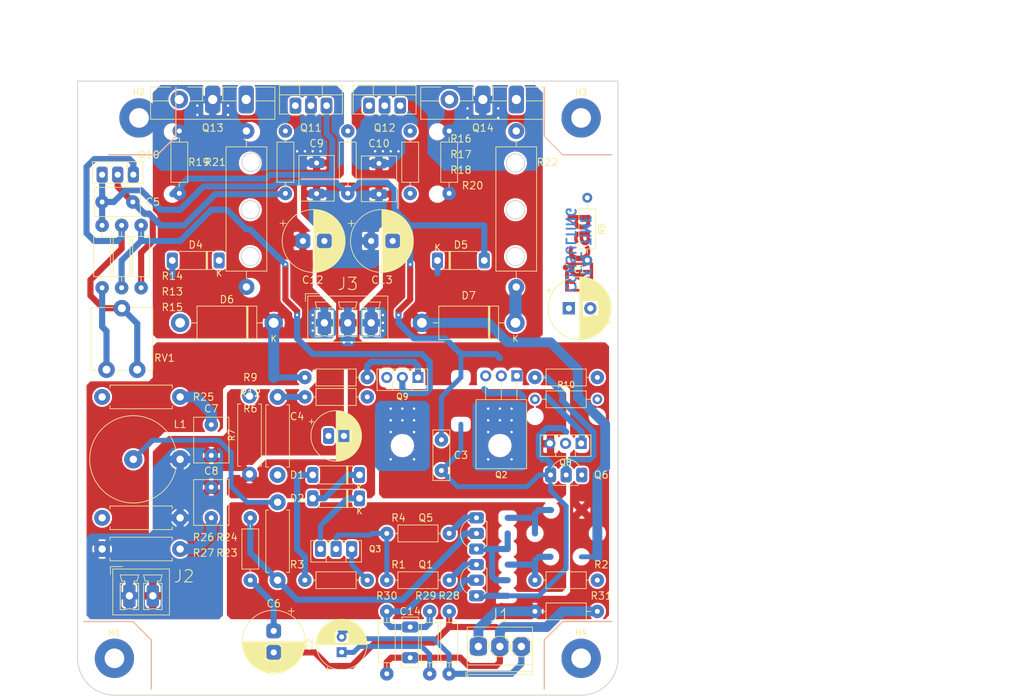
<source format=kicad_pcb>
(kicad_pcb (version 20171130) (host pcbnew 5.0.2+dfsg1-1)
  (layers (0 F.Cu signal) (31 B.Cu signal) (34 B.Paste user) (35 F.Paste user) (36 B.SilkS user) (37 F.SilkS user) (38 B.Mask user) (39 F.Mask user) (44 Edge.Cuts user))
  (net 0 "")
  (net 1 GNDS)
  (net 2 "Net-(C6-Pad1)")
  (net 3 GNDA)
  (net 4 VDD)
  (net 5 VSS)
  (net 6 "Net-(D1-Pad1)")
  (net 7 "Net-(Q1-Pad3)")
  (net 8 "Net-(Q2-Pad2)")
  (net 9 "Net-(Q3-Pad2)")
  (net 10 "Net-(Q5-Pad3)")
  (net 11 "Net-(Q7-Pad3)")
  (net 12 "Net-(Q9-Pad2)")
  (net 13 "Net-(Q13-Pad1)")
  (net 14 ninv)
  (net 15 "Net-(C7-Pad1)")
  (net 16 inv)
  (net 17 "Net-(Q3-Pad1)")
  (net 18 "Net-(Q6-Pad2)")
  (net 19 "Net-(Q9-Pad1)")
  (net 20 "Net-(Q10-Pad3)")
  (net 21 "Net-(Q13-Pad3)")
  (net 22 "Net-(Q14-Pad1)")
  (net 23 "Net-(Q14-Pad3)")
  (net 24 "Net-(C1-Pad2)")
  (net 25 "Net-(D2-Pad1)")
  (net 26 "Net-(C3-Pad1)")
  (net 27 "Net-(C2-Pad1)")
  (net 28 "Net-(C3-Pad2)")
  (net 29 "Net-(C4-Pad2)")
  (net 30 "Net-(C8-Pad1)")
  (net 31 "Net-(Q11-Pad1)")
  (net 32 "Net-(Q12-Pad1)")
  (net 33 "Net-(C5-Pad1)")
  (net 34 "Net-(D4-Pad2)")
  (net 35 "Net-(J2-Pad1)")
  (net 36 "Net-(Q9-Pad3)")
  (net 37 "Net-(Q11-Pad3)")
  (net 38 "Net-(Q12-Pad3)")
  (net 39 "Net-(R14-Pad2)")
  (net 40 "Net-(C2-Pad2)")
  (module Capacitor_THT:C_Disc_D8.0mm_W2.5mm_P5.00mm (layer F.Cu) (at 125.24 88.42 270)
    (fp_text reference C3 (at 2.5 -3.175) (layer F.SilkS) (effects (font (size 1.2 1.2))))
    (fp_text value 100p)
    (pad 1 thru_hole circle (at 0 0 270) (size 2.2 2.2) (drill 0.8) (layers *.Cu *.Mask) (net 26 "Net-(C3-Pad1)"))
    (pad 2 thru_hole circle (at 5 0 270) (size 2.2 2.2) (drill 0.8) (layers *.Cu *.Mask) (net 28 "Net-(C3-Pad2)"))
  )
  (module Resistor_THT:R_Axial_DIN0207_L6.3mm_D2.5mm_P10.16mm_Horizontal (layer F.Cu) (at 73.17 53.495 270)
    (fp_text reference R13 (at 10.795 -8.255 180) (layer F.SilkS) (effects (font (size 1.2 1.2))))
    (fp_text value 680)
    (pad 2 thru_hole circle (at 10.16 0 270) (size 2.2 2.2) (drill 0.8) (layers *.Cu *.Mask) (net 12 "Net-(Q9-Pad2)"))
    (pad 1 thru_hole circle (at 0 0 270) (size 2.2 2.2) (drill 0.8) (layers *.Cu *.Mask) (net 20 "Net-(Q10-Pad3)"))
  )
  (module Capacitor_THT:C_Rect_L7.2mm_W4.5mm_P5.00mm_FKS2_FKP2_MKS2_MKP2 (layer F.Cu) (at 74.995 49.685 180)
    (fp_text reference C5 (at -3.255 0 180) (layer F.SilkS) (effects (font (size 1.2 1.2))))
    (fp_text value 220n)
    (pad 1 thru_hole circle (at 0 0 180) (size 2.2 2.2) (drill 0.8) (layers *.Cu *.Mask) (net 33 "Net-(C5-Pad1)"))
    (pad 2 thru_hole circle (at 5 0 180) (size 2.2 2.2) (drill 0.8) (layers *.Cu *.Mask) (net 26 "Net-(C3-Pad1)"))
  )
  (module Resistor_THT:R_Axial_DIN0207_L6.3mm_D2.5mm_P10.16mm_Horizontal (layer F.Cu) (at 126.51 103.66 180)
    (fp_text reference R4 (at 8.255 2.54 180) (layer F.SilkS) (effects (font (size 1.2 1.2))))
    (fp_text value 200)
    (pad 1 thru_hole circle (at 0 0 180) (size 2.2 2.2) (drill 0.8) (layers *.Cu *.Mask) (net 10 "Net-(Q5-Pad3)"))
    (pad 2 thru_hole circle (at 10.16 0 180) (size 2.2 2.2) (drill 0.8) (layers *.Cu *.Mask) (net 9 "Net-(Q3-Pad2)"))
  )
  (module MountingHole:MountingHole_3.2mm_M3_Pad (layer F.Cu) (at 76 36)
    (fp_text reference H2 (at 0 -4.2) (layer F.SilkS))
    (fp_text value MountingHole)
    (pad 1 thru_hole circle (at 0 0) (size 6.4 6.4) (drill 3.2) (layers *.Cu *.Mask))
  )
  (module Resistor_THT:R_Axial_DIN0207_L6.3mm_D2.5mm_P10.16mm_Horizontal (layer F.Cu) (at 103.015 81.435)
    (fp_text reference R9 (at -8.89 -3.175) (layer F.SilkS) (effects (font (size 1.2 1.2))))
    (fp_text value 300)
    (pad 1 thru_hole circle (at 0 0) (size 2.2 2.2) (drill 0.8) (layers *.Cu *.Mask) (net 25 "Net-(D2-Pad1)"))
    (pad 2 thru_hole circle (at 10.16 0) (size 2.2 2.2) (drill 0.8) (layers *.Cu *.Mask) (net 36 "Net-(Q9-Pad3)"))
  )
  (module Symbol:KiCad-Logo_5mm_Copper (layer F.Cu) (at 148 58 90)
    (fp_text reference LOGO1 hide)
    (fp_text value Logo_Open_Hardware_Small)
    (fp_poly (pts (xy -2.273043 -2.973429) (xy -2.176768 -2.949191) (xy -2.090184 -2.906359) (xy -2.015373 -2.846581) (xy -1.954418 -2.771506) (xy -1.909399 -2.68278) (xy -1.883136 -2.58647) (xy -1.877286 -2.489205) (xy -1.89214 -2.395346) (xy -1.92584 -2.307489) (xy -1.976528 -2.22823) (xy -2.042345 -2.160164) (xy -2.121434 -2.105888) (xy -2.211934 -2.067998) (xy -2.2632 -2.055574) (xy -2.307698 -2.048053) (xy -2.341999 -2.045081) (xy -2.37496 -2.046906) (xy -2.415434 -2.053775) (xy -2.448531 -2.06075) (xy -2.541947 -2.092259) (xy -2.625619 -2.143383) (xy -2.697665 -2.212571) (xy -2.7562 -2.298272) (xy -2.770148 -2.325511) (xy -2.786586 -2.361878) (xy -2.796894 -2.392418) (xy -2.80246 -2.42455) (xy -2.804669 -2.465693) (xy -2.804948 -2.511778) (xy -2.800861 -2.596135) (xy -2.787446 -2.665414) (xy -2.762256 -2.726039) (xy -2.722846 -2.784433) (xy -2.684298 -2.828698) (xy -2.612406 -2.894516) (xy -2.537313 -2.939947) (xy -2.454562 -2.96715) (xy -2.376928 -2.977424) (xy -2.273043 -2.973429)) (layer F.Cu) (width 0.01))
    (fp_poly (pts (xy 6.186507 -0.527755) (xy 6.186526 -0.293338) (xy 6.186552 -0.080397) (xy 6.186625 0.112168) (xy 6.186782 0.285459) (xy 6.187064 0.440576) (xy 6.187509 0.57862) (xy 6.188156 0.700692) (xy 6.189045 0.807894) (xy 6.190213 0.901326) (xy 6.191701 0.98209) (xy 6.193546 1.051286) (xy 6.195789 1.110015) (xy 6.198469 1.159379) (xy 6.201623 1.200478) (xy 6.205292 1.234413) (xy 6.209513 1.262286) (xy 6.214327 1.285198) (xy 6.219773 1.304249) (xy 6.225888 1.32054) (xy 6.232712 1.335173) (xy 6.240285 1.349249) (xy 6.248645 1.363868) (xy 6.253839 1.372974) (xy 6.288104 1.433689) (xy 5.429955 1.433689) (xy 5.429955 1.337733) (xy 5.429224 1.29437) (xy 5.427272 1.261205) (xy 5.424463 1.243424) (xy 5.423221 1.241778) (xy 5.411799 1.248662) (xy 5.389084 1.266505) (xy 5.366385 1.285879) (xy 5.3118 1.326614) (xy 5.242321 1.367617) (xy 5.16527 1.405123) (xy 5.087965 1.435364) (xy 5.057113 1.445012) (xy 4.988616 1.459578) (xy 4.905764 1.469539) (xy 4.816371 1.474583) (xy 4.728248 1.474396) (xy 4.649207 1.468666) (xy 4.611511 1.462858) (xy 4.473414 1.424797) (xy 4.346113 1.367073) (xy 4.230292 1.290211) (xy 4.126637 1.194739) (xy 4.035833 1.081179) (xy 3.969031 0.970381) (xy 3.914164 0.853625) (xy 3.872163 0.734276) (xy 3.842167 0.608283) (xy 3.823311 0.471594) (xy 3.814732 0.320158) (xy 3.814006 0.242711) (xy 3.8161 0.185934) (xy 4.645217 0.185934) (xy 4.645424 0.279002) (xy 4.648337 0.366692) (xy 4.654 0.443772) (xy 4.662455 0.505009) (xy 4.665038 0.51735) (xy 4.69684 0.624633) (xy 4.738498 0.711658) (xy 4.790363 0.778642) (xy 4.852781 0.825805) (xy 4.9261 0.853365) (xy 5.010669 0.861541) (xy 5.106835 0.850551) (xy 5.170311 0.834829) (xy 5.219454 0.816639) (xy 5.273583 0.790791) (xy 5.314244 0.767089) (xy 5.3848 0.720721) (xy 5.3848 -0.42947) (xy 5.317392 -0.473038) (xy 5.238867 -0.51396) (xy 5.154681 -0.540611) (xy 5.069557 -0.552535) (xy 4.988216 -0.549278) (xy 4.91538 -0.530385) (xy 4.883426 -0.514816) (xy 4.825501 -0.471819) (xy 4.776544 -0.415047) (xy 4.73539 -0.342425) (xy 4.700874 -0.251879) (xy 4.671833 -0.141334) (xy 4.670552 -0.135467) (xy 4.660381 -0.073212) (xy 4.652739 0.004594) (xy 4.64767 0.09272) (xy 4.645217 0.185934) (xy 3.8161 0.185934) (xy 3.821857 0.029895) (xy 3.843802 -0.165941) (xy 3.879786 -0.344668) (xy 3.929759 -0.506155) (xy 3.993668 -0.650274) (xy 4.071462 -0.776894) (xy 4.163089 -0.885885) (xy 4.268497 -0.977117) (xy 4.313662 -1.008068) (xy 4.414611 -1.064215) (xy 4.517901 -1.103826) (xy 4.627989 -1.127986) (xy 4.74933 -1.137781) (xy 4.841836 -1.136735) (xy 4.97149 -1.125769) (xy 5.084084 -1.103954) (xy 5.182875 -1.070286) (xy 5.271121 -1.023764) (xy 5.319986 -0.989552) (xy 5.349353 -0.967638) (xy 5.371043 -0.952667) (xy 5.379253 -0.948267) (xy 5.380868 -0.959096) (xy 5.382159 -0.989749) (xy 5.383138 -1.037474) (xy 5.383817 -1.099521) (xy 5.38421 -1.173138) (xy 5.38433 -1.255573) (xy 5.384188 -1.344075) (xy 5.383797 -1.435893) (xy 5.383171 -1.528276) (xy 5.38232 -1.618472) (xy 5.38126 -1.703729) (xy 5.380001 -1.781297) (xy 5.378556 -1.848424) (xy 5.376938 -1.902359) (xy 5.375161 -1.94035) (xy 5.374669 -1.947333) (xy 5.367092 -2.017749) (xy 5.355531 -2.072898) (xy 5.337792 -2.120019) (xy 5.311682 -2.166353) (xy 5.305415 -2.175933) (xy 5.280983 -2.212622) (xy 6.186311 -2.212622) (xy 6.186507 -0.527755)) (layer F.Cu) (width 0.01))
    (fp_poly (pts (xy 2.673574 -1.133448) (xy 2.825492 -1.113433) (xy 2.960756 -1.079798) (xy 3.080239 -1.032275) (xy 3.184815 -0.970595) (xy 3.262424 -0.907035) (xy 3.331265 -0.832901) (xy 3.385006 -0.753129) (xy 3.42791 -0.660909) (xy 3.443384 -0.617839) (xy 3.456244 -0.578858) (xy 3.467446 -0.542711) (xy 3.47712 -0.507566) (xy 3.485396 -0.47159) (xy 3.492403 -0.43295) (xy 3.498272 -0.389815) (xy 3.503131 -0.340351) (xy 3.50711 -0.282727) (xy 3.51034 -0.215109) (xy 3.512949 -0.135666) (xy 3.515067 -0.042564) (xy 3.516824 0.066027) (xy 3.518349 0.191942) (xy 3.519772 0.337012) (xy 3.521025 0.479778) (xy 3.522351 0.635968) (xy 3.523556 0.771239) (xy 3.524766 0.887246) (xy 3.526106 0.985645) (xy 3.5277 1.068093) (xy 3.529675 1.136246) (xy 3.532156 1.19176) (xy 3.535269 1.236292) (xy 3.539138 1.271498) (xy 3.543889 1.299034) (xy 3.549648 1.320556) (xy 3.556539 1.337722) (xy 3.564689 1.352186) (xy 3.574223 1.365606) (xy 3.585266 1.379638) (xy 3.589566 1.385071) (xy 3.605386 1.40791) (xy 3.612422 1.423463) (xy 3.612444 1.423922) (xy 3.601567 1.426121) (xy 3.570582 1.428147) (xy 3.521957 1.429942) (xy 3.458163 1.431451) (xy 3.381669 1.432616) (xy 3.294944 1.43338) (xy 3.200457 1.433686) (xy 3.18955 1.433689) (xy 2.766657 1.433689) (xy 2.763395 1.337622) (xy 2.760133 1.241556) (xy 2.698044 1.292543) (xy 2.600714 1.360057) (xy 2.490813 1.414749) (xy 2.404349 1.444978) (xy 2.335278 1.459666) (xy 2.251925 1.469659) (xy 2.162159 1.474646) (xy 2.073845 1.474313) (xy 1.994851 1.468351) (xy 1.958622 1.462638) (xy 1.818603 1.424776) (xy 1.692178 1.369932) (xy 1.58026 1.298924) (xy 1.483762 1.212568) (xy 1.4036 1.111679) (xy 1.340687 0.997076) (xy 1.296312 0.870984) (xy 1.283978 0.814401) (xy 1.276368 0.752202) (xy 1.272739 0.677363) (xy 1.272245 0.643467) (xy 1.27231 0.640282) (xy 2.032248 0.640282) (xy 2.041541 0.715333) (xy 2.069728 0.77916) (xy 2.118197 0.834798) (xy 2.123254 0.839211) (xy 2.171548 0.874037) (xy 2.223257 0.89662) (xy 2.283989 0.90854) (xy 2.359352 0.911383) (xy 2.377459 0.910978) (xy 2.431278 0.908325) (xy 2.471308 0.902909) (xy 2.506324 0.892745) (xy 2.545103 0.87585) (xy 2.555745 0.870672) (xy 2.616396 0.834844) (xy 2.663215 0.792212) (xy 2.675952 0.776973) (xy 2.720622 0.720462) (xy 2.720622 0.524586) (xy 2.720086 0.445939) (xy 2.718396 0.387988) (xy 2.715428 0.348875) (xy 2.711057 0.326741) (xy 2.706972 0.320274) (xy 2.691047 0.317111) (xy 2.657264 0.314488) (xy 2.61034 0.312655) (xy 2.554993 0.311857) (xy 2.546106 0.311842) (xy 2.42533 0.317096) (xy 2.32266 0.333263) (xy 2.236106 0.360961) (xy 2.163681 0.400808) (xy 2.108751 0.447758) (xy 2.064204 0.505645) (xy 2.03948 0.568693) (xy 2.032248 0.640282) (xy 1.27231 0.640282) (xy 1.274178 0.549712) (xy 1.282522 0.470812) (xy 1.298768 0.39959) (xy 1.324405 0.328864) (xy 1.348401 0.276493) (xy 1.40702 0.181196) (xy 1.485117 0.09317) (xy 1.580315 0.014017) (xy 1.690238 -0.05466) (xy 1.81251 -0.111259) (xy 1.944755 -0.154179) (xy 2.009422 -0.169118) (xy 2.145604 -0.191223) (xy 2.294049 -0.205806) (xy 2.445505 -0.212187) (xy 2.572064 -0.210555) (xy 2.73395 -0.203776) (xy 2.72653 -0.262755) (xy 2.707238 -0.361908) (xy 2.676104 -0.442628) (xy 2.632269 -0.505534) (xy 2.574871 -0.551244) (xy 2.503048 -0.580378) (xy 2.415941 -0.593553) (xy 2.312686 -0.591389) (xy 2.274711 -0.587388) (xy 2.13352 -0.56222) (xy 1.996707 -0.521186) (xy 1.902178 -0.483185) (xy 1.857018 -0.46381) (xy 1.818585 -0.44824) (xy 1.792234 -0.438595) (xy 1.784546 -0.436548) (xy 1.774802 -0.445626) (xy 1.758083 -0.474595) (xy 1.734232 -0.523783) (xy 1.703093 -0.593516) (xy 1.664507 -0.684121) (xy 1.65791 -0.699911) (xy 1.627853 -0.772228) (xy 1.600874 -0.837575) (xy 1.578136 -0.893094) (xy 1.560806 -0.935928) (xy 1.550048 -0.963219) (xy 1.546941 -0.972058) (xy 1.55694 -0.976813) (xy 1.583217 -0.98209) (xy 1.611489 -0.985769) (xy 1.641646 -0.990526) (xy 1.689433 -0.999972) (xy 1.750612 -1.01318) (xy 1.820946 -1.029224) (xy 1.896194 -1.04718) (xy 1.924755 -1.054203) (xy 2.029816 -1.079791) (xy 2.11748 -1.099853) (xy 2.192068 -1.115031) (xy 2.257903 -1.125965) (xy 2.319307 -1.133296) (xy 2.380602 -1.137665) (xy 2.44611 -1.139713) (xy 2.504128 -1.140111) (xy 2.673574 -1.133448)) (layer F.Cu) (width 0.01))
    (fp_poly (pts (xy 0.328429 -2.050929) (xy 0.48857 -2.029755) (xy 0.65251 -1.989615) (xy 0.822313 -1.930111) (xy 1.000043 -1.850846) (xy 1.01131 -1.845301) (xy 1.069005 -1.817275) (xy 1.120552 -1.793198) (xy 1.162191 -1.774751) (xy 1.190162 -1.763614) (xy 1.199733 -1.761067) (xy 1.21895 -1.756059) (xy 1.223561 -1.751853) (xy 1.218458 -1.74142) (xy 1.202418 -1.715132) (xy 1.177288 -1.675743) (xy 1.144914 -1.626009) (xy 1.107143 -1.568685) (xy 1.065822 -1.506524) (xy 1.022798 -1.442282) (xy 0.979917 -1.378715) (xy 0.939026 -1.318575) (xy 0.901971 -1.26462) (xy 0.8706 -1.219603) (xy 0.846759 -1.186279) (xy 0.832294 -1.167403) (xy 0.830309 -1.165213) (xy 0.820191 -1.169862) (xy 0.79785 -1.187038) (xy 0.76728 -1.21356) (xy 0.751536 -1.228036) (xy 0.655047 -1.303318) (xy 0.548336 -1.358759) (xy 0.432832 -1.393859) (xy 0.309962 -1.40812) (xy 0.240561 -1.406949) (xy 0.119423 -1.389788) (xy 0.010205 -1.353906) (xy -0.087418 -1.299041) (xy -0.173772 -1.22493) (xy -0.249185 -1.131312) (xy -0.313982 -1.017924) (xy -0.351399 -0.931333) (xy -0.395252 -0.795634) (xy -0.427572 -0.64815) (xy -0.448443 -0.492686) (xy -0.457949 -0.333044) (xy -0.456173 -0.173027) (xy -0.443197 -0.016439) (xy -0.419106 0.132918) (xy -0.383982 0.27124) (xy -0.337908 0.394724) (xy -0.321627 0.428978) (xy -0.25338 0.543064) (xy -0.172921 0.639557) (xy -0.08143 0.71767) (xy 0.019911 0.776617) (xy 0.12992 0.815612) (xy 0.247415 0.833868) (xy 0.288883 0.835211) (xy 0.410441 0.82429) (xy 0.530878 0.791474) (xy 0.648666 0.737439) (xy 0.762277 0.662865) (xy 0.853685 0.584539) (xy 0.900215 0.540008) (xy 1.081483 0.837271) (xy 1.12658 0.911433) (xy 1.167819 0.979646) (xy 1.203735 1.039459) (xy 1.232866 1.08842) (xy 1.25375 1.124079) (xy 1.264924 1.143984) (xy 1.266375 1.147079) (xy 1.258146 1.156718) (xy 1.232567 1.173999) (xy 1.192873 1.197283) (xy 1.142297 1.224934) (xy 1.084074 1.255315) (xy 1.021437 1.28679) (xy 0.957621 1.317722) (xy 0.89586 1.346473) (xy 0.839388 1.371408) (xy 0.791438 1.390889) (xy 0.767986 1.399318) (xy 0.634221 1.437133) (xy 0.496327 1.462136) (xy 0.348622 1.47514) (xy 0.221833 1.477468) (xy 0.153878 1.476373) (xy 0.088277 1.474275) (xy 0.030847 1.471434) (xy -0.012597 1.468106) (xy -0.026702 1.466422) (xy -0.165716 1.437587) (xy -0.307243 1.392468) (xy -0.444725 1.33375) (xy -0.571606 1.26412) (xy -0.649111 1.211441) (xy -0.776519 1.103239) (xy -0.894822 0.976671) (xy -1.001828 0.834866) (xy -1.095348 0.680951) (xy -1.17319 0.518053) (xy -1.217044 0.400756) (xy -1.267292 0.217128) (xy -1.300791 0.022581) (xy -1.317551 -0.178675) (xy -1.317584 -0.382432) (xy -1.300899 -0.584479) (xy -1.267507 -0.780608) (xy -1.21742 -0.966609) (xy -1.213603 -0.978197) (xy -1.150719 -1.14025) (xy -1.073972 -1.288168) (xy -0.980758 -1.426135) (xy -0.868473 -1.558339) (xy -0.824608 -1.603601) (xy -0.688466 -1.727543) (xy -0.548509 -1.830085) (xy -0.402589 -1.912344) (xy -0.248558 -1.975436) (xy -0.084268 -2.020477) (xy 0.011289 -2.037967) (xy 0.170023 -2.053534) (xy 0.328429 -2.050929)) (layer F.Cu) (width 0.01))
    (fp_poly (pts (xy -2.9464 -2.510946) (xy -2.935535 -2.397007) (xy -2.903918 -2.289384) (xy -2.853015 -2.190385) (xy -2.784293 -2.102316) (xy -2.699219 -2.027484) (xy -2.602232 -1.969616) (xy -2.495964 -1.929995) (xy -2.38895 -1.911427) (xy -2.2833 -1.912566) (xy -2.181125 -1.93207) (xy -2.084534 -1.968594) (xy -1.995638 -2.020795) (xy -1.916546 -2.087327) (xy -1.849369 -2.166848) (xy -1.796217 -2.258013) (xy -1.759199 -2.359477) (xy -1.740427 -2.469898) (xy -1.738489 -2.519794) (xy -1.738489 -2.607733) (xy -1.68656 -2.607733) (xy -1.650253 -2.604889) (xy -1.623355 -2.593089) (xy -1.596249 -2.569351) (xy -1.557867 -2.530969) (xy -1.557867 -0.339398) (xy -1.557876 -0.077261) (xy -1.557908 0.163241) (xy -1.557972 0.383048) (xy -1.558076 0.583101) (xy -1.558227 0.764344) (xy -1.558434 0.927716) (xy -1.558706 1.07416) (xy -1.55905 1.204617) (xy -1.559474 1.320029) (xy -1.559987 1.421338) (xy -1.560597 1.509484) (xy -1.561312 1.58541) (xy -1.56214 1.650057) (xy -1.563089 1.704367) (xy -1.564167 1.74928) (xy -1.565383 1.78574) (xy -1.566745 1.814687) (xy -1.568261 1.837063) (xy -1.569938 1.853809) (xy -1.571786 1.865868) (xy -1.573813 1.87418) (xy -1.576025 1.879687) (xy -1.577108 1.881537) (xy -1.581271 1.888549) (xy -1.584805 1.894996) (xy -1.588635 1.9009) (xy -1.593682 1.906286) (xy -1.600871 1.911178) (xy -1.611123 1.915598) (xy -1.625364 1.919572) (xy -1.644514 1.923121) (xy -1.669499 1.92627) (xy -1.70124 1.929042) (xy -1.740662 1.931461) (xy -1.788686 1.933551) (xy -1.846237 1.935335) (xy -1.914237 1.936837) (xy -1.99361 1.93808) (xy -2.085279 1.939089) (xy -2.190166 1.939885) (xy -2.309196 1.940494) (xy -2.44329 1.940939) (xy -2.593373 1.941243) (xy -2.760367 1.94143) (xy -2.945196 1.941524) (xy -3.148783 1.941548) (xy -3.37205 1.941525) (xy -3.615922 1.94148) (xy -3.881321 1.941437) (xy -3.919704 1.941432) (xy -4.186682 1.941389) (xy -4.432002 1.941318) (xy -4.656583 1.941213) (xy -4.861345 1.941066) (xy -5.047206 1.940869) (xy -5.215088 1.940616) (xy -5.365908 1.9403) (xy -5.500587 1.939913) (xy -5.620044 1.939447) (xy -5.725199 1.938897) (xy -5.816971 1.938253) (xy -5.896279 1.937511) (xy -5.964043 1.936661) (xy -6.021182 1.935697) (xy -6.068617 1.934611) (xy -6.107266 1.933397) (xy -6.138049 1.932047) (xy -6.161885 1.930555) (xy -6.179694 1.928911) (xy -6.192395 1.927111) (xy -6.200908 1.925145) (xy -6.205266 1.923477) (xy -6.213728 1.919906) (xy -6.221497 1.91727) (xy -6.228602 1.914634) (xy -6.235073 1.911062) (xy -6.240939 1.905621) (xy -6.246229 1.897375) (xy -6.250974 1.88539) (xy -6.255202 1.868731) (xy -6.258943 1.846463) (xy -6.262227 1.817652) (xy -6.265083 1.781363) (xy -6.26754 1.736661) (xy -6.269629 1.682611) (xy -6.271378 1.618279) (xy -6.272817 1.54273) (xy -6.273976 1.45503) (xy -6.274883 1.354243) (xy -6.275569 1.239434) (xy -6.276063 1.10967) (xy -6.276395 0.964015) (xy -6.276593 0.801535) (xy -6.276687 0.621295) (xy -6.276708 0.42236) (xy -6.276685 0.203796) (xy -6.276646 -0.035332) (xy -6.276622 -0.29596) (xy -6.276622 -0.338111) (xy -6.276636 -0.601008) (xy -6.276661 -0.842268) (xy -6.276671 -1.062835) (xy -6.276642 -1.263648) (xy -6.276548 -1.445651) (xy -6.276362 -1.609784) (xy -6.276059 -1.756989) (xy -6.275614 -1.888208) (xy -6.275034 -1.998133) (xy -5.972197 -1.998133) (xy -5.932407 -1.940289) (xy -5.921236 -1.924521) (xy -5.911166 -1.910559) (xy -5.902138 -1.897216) (xy -5.894097 -1.883307) (xy -5.886986 -1.867644) (xy -5.880747 -1.849042) (xy -5.875325 -1.826314) (xy -5.870662 -1.798273) (xy -5.866701 -1.763733) (xy -5.863385 -1.721508) (xy -5.860659 -1.670411) (xy -5.858464 -1.609256) (xy -5.856745 -1.536856) (xy -5.855444 -1.452025) (xy -5.854505 -1.353578) (xy -5.85387 -1.240326) (xy -5.853484 -1.111084) (xy -5.853288 -0.964666) (xy -5.853227 -0.799884) (xy -5.853243 -0.615553) (xy -5.85328 -0.410487) (xy -5.853289 -0.287867) (xy -5.853265 -0.070918) (xy -5.853231 0.124642) (xy -5.853243 0.299999) (xy -5.853358 0.456341) (xy -5.85363 0.594857) (xy -5.854118 0.716734) (xy -5.854876 0.82316) (xy -5.855962 0.915322) (xy -5.857431 0.994409) (xy -5.85934 1.061608) (xy -5.861744 1.118107) (xy -5.864701 1.165093) (xy -5.868266 1.203755) (xy -5.872495 1.23528) (xy -5.877446 1.260855) (xy -5.883173 1.28167) (xy -5.889733 1.298911) (xy -5.897183 1.313765) (xy -5.905579 1.327422) (xy -5.914976 1.341069) (xy -5.925432 1.355893) (xy -5.931523 1.364783) (xy -5.970296 1.4224) (xy -5.438732 1.4224) (xy -5.315483 1.422365) (xy -5.212987 1.422215) (xy -5.12942 1.421878) (xy -5.062956 1.421286) (xy -5.011771 1.420367) (xy -4.974041 1.419051) (xy -4.94794 1.417269) (xy -4.931644 1.414951) (xy -4.923328 1.412026) (xy -4.921168 1.408424) (xy -4.923339 1.404075) (xy -4.924535 1.402645) (xy -4.949685 1.365573) (xy -4.975583 1.312772) (xy -4.999192 1.25077) (xy -5.007461 1.224357) (xy -5.012078 1.206416) (xy -5.015979 1.185355) (xy -5.019248 1.159089) (xy -5.021966 1.125532) (xy -5.024215 1.082599) (xy -5.026077 1.028204) (xy -5.027636 0.960262) (xy -5.028972 0.876688) (xy -5.030169 0.775395) (xy -5.031308 0.6543) (xy -5.031685 0.6096) (xy -5.032702 0.484449) (xy -5.03346 0.380082) (xy -5.033903 0.294707) (xy -5.03397 0.226533) (xy -5.033605 0.173765) (xy -5.032748 0.134614) (xy -5.031341 0.107285) (xy -5.029325 0.089986) (xy -5.026643 0.080926) (xy -5.023236 0.078312) (xy -5.019044 0.080351) (xy -5.014571 0.084667) (xy -5.004216 0.097602) (xy -4.982158 0.126676) (xy -4.949957 0.169759) (xy -4.909174 0.224718) (xy -4.86137 0.289423) (xy -4.808105 0.361742) (xy -4.75094 0.439544) (xy -4.691437 0.520698) (xy -4.631155 0.603072) (xy -4.571655 0.684536) (xy -4.514498 0.762957) (xy -4.461245 0.836204) (xy -4.413457 0.902147) (xy -4.372693 0.958654) (xy -4.340516 1.003593) (xy -4.318485 1.034834) (xy -4.313917 1.041466) (xy -4.290996 1.078369) (xy -4.264188 1.126359) (xy -4.238789 1.175897) (xy -4.235568 1.182577) (xy -4.21389 1.230772) (xy -4.201304 1.268334) (xy -4.195574 1.30416) (xy -4.194456 1.3462) (xy -4.19509 1.4224) (xy -3.040651 1.4224) (xy -3.131815 1.328669) (xy -3.178612 1.278775) (xy -3.228899 1.222295) (xy -3.274944 1.168026) (xy -3.295369 1.142673) (xy -3.325807 1.103128) (xy -3.365862 1.049916) (xy -3.414361 0.984667) (xy -3.470135 0.909011) (xy -3.532011 0.824577) (xy -3.598819 0.732994) (xy -3.669387 0.635892) (xy -3.742545 0.534901) (xy -3.817121 0.43165) (xy -3.891944 0.327768) (xy -3.965843 0.224885) (xy -4.037646 0.124631) (xy -4.106184 0.028636) (xy -4.170284 -0.061473) (xy -4.228775 -0.144064) (xy -4.280486 -0.217508) (xy -4.324247 -0.280176) (xy -4.358885 -0.330439) (xy -4.38323 -0.366666) (xy -4.396111 -0.387229) (xy -4.397869 -0.391332) (xy -4.38991 -0.402658) (xy -4.369115 -0.429838) (xy -4.336847 -0.471171) (xy -4.29447 -0.524956) (xy -4.243347 -0.589494) (xy -4.184841 -0.663082) (xy -4.120314 -0.744022) (xy -4.051131 -0.830612) (xy -3.978653 -0.921152) (xy -3.904246 -1.01394) (xy -3.844517 -1.088298) (xy -2.833511 -1.088298) (xy -2.827602 -1.075341) (xy -2.813272 -1.053092) (xy -2.812225 -1.051609) (xy -2.793438 -1.021456) (xy -2.773791 -0.984625) (xy -2.769892 -0.976489) (xy -2.766356 -0.96806) (xy -2.76323 -0.957941) (xy -2.760486 -0.94474) (xy -2.758092 -0.927062) (xy -2.756019 -0.903516) (xy -2.754235 -0.872707) (xy -2.752712 -0.833243) (xy -2.751419 -0.783731) (xy -2.750326 -0.722777) (xy -2.749403 -0.648989) (xy -2.748619 -0.560972) (xy -2.747945 -0.457335) (xy -2.74735 -0.336684) (xy -2.746805 -0.197626) (xy -2.746279 -0.038768) (xy -2.745745 0.140089) (xy -2.745206 0.325207) (xy -2.744772 0.489145) (xy -2.744509 0.633303) (xy -2.744484 0.759079) (xy -2.744765 0.867871) (xy -2.745419 0.961077) (xy -2.746514 1.040097) (xy -2.748118 1.106328) (xy -2.750297 1.16117) (xy -2.753119 1.206021) (xy -2.756651 1.242278) (xy -2.760961 1.271341) (xy -2.766117 1.294609) (xy -2.772185 1.313479) (xy -2.779233 1.329351) (xy -2.787329 1.343622) (xy -2.79654 1.357691) (xy -2.80504 1.370158) (xy -2.822176 1.396452) (xy -2.832322 1.414037) (xy -2.833511 1.417257) (xy -2.822604 1.418334) (xy -2.791411 1.419335) (xy -2.742223 1.420235) (xy -2.677333 1.42101) (xy -2.59903 1.421637) (xy -2.509607 1.422091) (xy -2.411356 1.422349) (xy -2.342445 1.4224) (xy -2.237452 1.42218) (xy -2.14061 1.421548) (xy -2.054107 1.420549) (xy -1.980132 1.419227) (xy -1.920874 1.417626) (xy -1.87852 1.415791) (xy -1.85526 1.413765) (xy -1.851378 1.412493) (xy -1.859076 1.397591) (xy -1.867074 1.38956) (xy -1.880246 1.372434) (xy -1.897485 1.342183) (xy -1.909407 1.317622) (xy -1.936045 1.258711) (xy -1.93912 0.081845) (xy -1.942195 -1.095022) (xy -2.387853 -1.095022) (xy -2.48567 -1.094858) (xy -2.576064 -1.094389) (xy -2.65663 -1.093653) (xy -2.724962 -1.092684) (xy -2.778656 -1.09152) (xy -2.815305 -1.090197) (xy -2.832504 -1.088751) (xy -2.833511 -1.088298) (xy -3.844517 -1.088298) (xy -3.82927 -1.107278) (xy -3.75509 -1.199463) (xy -3.683069 -1.288796) (xy -3.614569 -1.373576) (xy -3.550955 -1.452102) (xy -3.493588 -1.522674) (xy -3.443833 -1.583591) (xy -3.403052 -1.633153) (xy -3.385888 -1.653822) (xy -3.299596 -1.754484) (xy -3.222997 -1.837741) (xy -3.154183 -1.905562) (xy -3.091248 -1.959911) (xy -3.081867 -1.967278) (xy -3.042356 -1.997883) (xy -4.174116 -1.998133) (xy -4.168827 -1.950156) (xy -4.17213 -1.892812) (xy -4.193661 -1.824537) (xy -4.233635 -1.744788) (xy -4.278943 -1.672505) (xy -4.295161 -1.64986) (xy -4.323214 -1.612304) (xy -4.36143 -1.561979) (xy -4.408137 -1.501027) (xy -4.461661 -1.431589) (xy -4.520331 -1.355806) (xy -4.582475 -1.27582) (xy -4.646421 -1.193772) (xy -4.710495 -1.111804) (xy -4.773027 -1.032057) (xy -4.832343 -0.956673) (xy -4.886771 -0.887793) (xy -4.934639 -0.827558) (xy -4.974275 -0.778111) (xy -5.004006 -0.741592) (xy -5.022161 -0.720142) (xy -5.02522 -0.716844) (xy -5.028079 -0.724851) (xy -5.030293 -0.755145) (xy -5.031857 -0.807444) (xy -5.032767 -0.881469) (xy -5.03302 -0.976937) (xy -5.032613 -1.093566) (xy -5.031704 -1.213555) (xy -5.030382 -1.345667) (xy -5.028857 -1.457406) (xy -5.026881 -1.550975) (xy -5.024206 -1.628581) (xy -5.020582 -1.692426) (xy -5.015761 -1.744717) (xy -5.009494 -1.787656) (xy -5.001532 -1.823449) (xy -4.991627 -1.8543) (xy -4.979531 -1.882414) (xy -4.964993 -1.909995) (xy -4.950311 -1.935034) (xy -4.912314 -1.998133) (xy -5.972197 -1.998133) (xy -6.275034 -1.998133) (xy -6.275001 -2.004383) (xy -6.274195 -2.106456) (xy -6.27317 -2.195367) (xy -6.2719 -2.272059) (xy -6.27036 -2.337473) (xy -6.268524 -2.392551) (xy -6.266367 -2.438235) (xy -6.263863 -2.475466) (xy -6.260987 -2.505187) (xy -6.257713 -2.528338) (xy -6.254015 -2.545861) (xy -6.249869 -2.558699) (xy -6.245247 -2.567792) (xy -6.240126 -2.574082) (xy -6.234478 -2.578512) (xy -6.228279 -2.582022) (xy -6.221504 -2.585555) (xy -6.215508 -2.589124) (xy -6.210275 -2.5917) (xy -6.202099 -2.594028) (xy -6.189886 -2.596122) (xy -6.172541 -2.597993) (xy -6.148969 -2.599653) (xy -6.118077 -2.601116) (xy -6.078768 -2.602392) (xy -6.02995 -2.603496) (xy -5.970527 -2.604439) (xy -5.899404 -2.605233) (xy -5.815488 -2.605891) (xy -5.717683 -2.606425) (xy -5.604894 -2.606847) (xy -5.476029 -2.607171) (xy -5.329991 -2.607408) (xy -5.165686 -2.60757) (xy -4.98202 -2.60767) (xy -4.777897 -2.60772) (xy -4.566753 -2.607733) (xy -2.9464 -2.607733) (xy -2.9464 -2.510946)) (layer F.Cu) (width 0.01))
  )
  (module Resistor_THT:R_Axial_DIN0411_L9.9mm_D3.6mm_P12.70mm_Horizontal (layer F.Cu) (at 94 94 90)
    (fp_text reference R7 (at 6.35 -2.92 90) (layer F.SilkS))
    (fp_text value 4k7)
    (pad 1 thru_hole circle (at 0 0 90) (size 2.4 2.4) (drill 1.2) (layers *.Cu *.Mask) (net 3 GNDA))
    (pad 2 thru_hole oval (at 12.7 0 90) (size 2.4 2.4) (drill 1.2) (layers *.Cu *.Mask) (net 29 "Net-(C4-Pad2)"))
  )
  (module Resistor_THT:R_Axial_DIN0411_L9.9mm_D3.6mm_P12.70mm_Horizontal (layer F.Cu) (at 98.57 111.28 90)
    (fp_text reference R23 (at 4.445 -8.255) (layer F.SilkS) (effects (font (size 1.2 1.2))))
    (fp_text value 1k8)
    (pad 2 thru_hole circle (at 12.7 0 90) (size 2.6 2.6) (drill 1.2) (layers *.Cu *.Mask) (net 34 "Net-(D4-Pad2)"))
    (pad 1 thru_hole circle (at 0 0 90) (size 2.6 2.6) (drill 1.2) (layers *.Cu *.Mask) (net 16 inv))
  )
  (module Connector_Phoenix_MC:PhoenixContact_MCV_1,5_3-G-3.81_1x03_P3.81mm_Vertical (layer F.Cu) (at 106.19 69.37)
    (fp_text reference J3 (at 3.81 -6.35 180) (layer F.SilkS) (effects (font (size 2 2))))
    (fp_text value power)
    (pad 1 thru_hole roundrect (at 0 0) (size 2.2 3.6) (drill 1.2) (layers *.Cu *.Mask) (roundrect_rratio 0.139) (net 4 VDD))
    (pad 2 thru_hole roundrect (at 3.81 0) (size 2.4 3.6) (drill 1.2) (layers *.Cu *.Mask) (net 3 GNDA))
    (pad 3 thru_hole roundrect (at 7.62 0) (size 2.2 3.6) (drill 1.2) (layers *.Cu *.Mask) (net 5 VSS))
  )
  (module Package_TO_SOT_THT:TO-220-3_Vertical (layer F.Cu) (at 113.46 34)
    (fp_text reference Q12 (at 2.54 3.62) (layer F.SilkS) (effects (font (size 1.2 1.2))))
    (fp_text value Q_PNP_BCE)
    (pad 1 thru_hole roundrect (at 0 0) (size 1.9 2.6) (drill 1.1) (layers *.Cu *.Mask) (net 32 "Net-(Q12-Pad1)"))
    (pad 2 thru_hole roundrect (at 2.54 0) (size 1.9 2.6) (drill 1.1) (layers *.Cu *.Mask) (net 5 VSS))
    (pad 3 thru_hole roundrect (at 5.08 0) (size 1.9 2.6) (drill 1.1) (layers *.Cu *.Mask) (net 38 "Net-(Q12-Pad3)"))
  )
  (module Capacitor_THT:C_Rect_L7.2mm_W5.5mm_P5.00mm_FKS2_FKP2_MKS2_MKP2 (layer F.Cu) (at 104.92 43.335 270)
    (fp_text reference C9 (at -3.175 0) (layer F.SilkS) (effects (font (size 1.2 1.2))))
    (fp_text value 100n)
    (pad 2 thru_hole roundrect (at 5 0 270) (size 1.6 2.6) (drill 0.8) (layers *.Cu *.Mask) (net 3 GNDA))
    (pad 1 thru_hole roundrect (at 0 0 270) (size 1.6 2.6) (drill 0.8) (layers *.Cu *.Mask) (net 4 VDD))
  )
  (module Capacitor_THT:CP_Radial_D8.0mm_P2.50mm (layer F.Cu) (at 106.865 87.785)
    (fp_text reference C4 (at -5.12 -3.175) (layer F.SilkS) (effects (font (size 1.2 1.2))))
    (fp_text value 100u)
    (pad 2 thru_hole roundrect (at 2.5 0) (size 1.8 2.6) (drill 1) (layers *.Cu *.Mask) (net 29 "Net-(C4-Pad2)"))
    (pad 1 thru_hole roundrect (at 0 0) (size 1.8 2.6) (drill 1) (layers *.Cu *.Mask) (net 4 VDD))
  )
  (module Resistor_THT:R_Axial_DIN0207_L6.3mm_D2.5mm_P10.16mm_Horizontal (layer F.Cu) (at 113.175 78.26 180)
    (fp_text reference R12 (at 19.05 -2.54 180) (layer F.SilkS) (effects (font (size 1.2 1.2))))
    (fp_text value 39)
    (pad 2 thru_hole circle (at 10.16 0 180) (size 2.2 2.2) (drill 0.8) (layers *.Cu *.Mask) (net 4 VDD))
    (pad 1 thru_hole circle (at 0 0 180) (size 2.2 2.2) (drill 0.8) (layers *.Cu *.Mask) (net 19 "Net-(Q9-Pad1)"))
  )
  (module Capacitor_THT:C_Disc_D8.0mm_W2.5mm_P5.00mm (layer F.Cu) (at 120.16 123.9 90)
    (fp_text reference C14 (at 7.54 0 180) (layer F.SilkS) (effects (font (size 1.2 1.2))))
    (fp_text value 470p)
    (pad 1 thru_hole roundrect (at 0 0 90) (size 1.8 2.6) (drill 0.8) (layers *.Cu *.Mask) (net 1 GNDS))
    (pad 2 thru_hole roundrect (at 5 0 90) (size 1.8 2.6) (drill 0.8) (layers *.Cu *.Mask) (net 14 ninv))
  )
  (module TerminalBlock_Phoenix:TerminalBlock_Phoenix_PT-1,5-3-3.5-H_1x03_P3.50mm_Horizontal (layer F.Cu) (at 131.265 122.075)
    (fp_text reference J1 (at 3.5 -5.08) (layer F.SilkS) (effects (font (size 2 2))))
    (fp_text value input)
    (pad 1 thru_hole roundrect (at 0 0) (size 2.8 3) (drill 1.2) (layers *.Cu *.Mask) (net 3 GNDA))
    (pad 2 thru_hole roundrect (at 3.5 0) (size 2.8 3) (drill 1.2) (layers *.Cu *.Mask) (net 1 GNDS))
    (pad 3 thru_hole roundrect (at 7 0) (size 2.8 3) (drill 1.2) (layers *.Cu *.Mask) (net 40 "Net-(C2-Pad2)"))
  )
  (module Resistor_THT:R_Axial_DIN0207_L6.3mm_D2.5mm_P10.16mm_Horizontal (layer F.Cu) (at 123.335 126.52 90)
    (fp_text reference R29 (at 12.7 -0.635 180) (layer F.SilkS) (effects (font (size 1.2 1.2))))
    (fp_text value 100)
    (pad 1 thru_hole circle (at 0 0 90) (size 2.2 2.2) (drill 0.8) (layers *.Cu *.Mask) (net 27 "Net-(C2-Pad1)"))
    (pad 2 thru_hole circle (at 10.16 0 90) (size 2.2 2.2) (drill 0.8) (layers *.Cu *.Mask) (net 14 ninv))
  )
  (module Resistor_THT:R_Axial_DIN0207_L6.3mm_D2.5mm_P10.16mm_Horizontal (layer F.Cu) (at 94.125 111.28 90)
    (fp_text reference R24 (at 6.985 -3.81 180) (layer F.SilkS) (effects (font (size 1.2 1.2))))
    (fp_text value 100)
    (pad 2 thru_hole circle (at 10.16 0 90) (size 2.2 2.2) (drill 0.8) (layers *.Cu *.Mask) (net 16 inv))
    (pad 1 thru_hole circle (at 0 0 90) (size 2.2 2.2) (drill 0.8) (layers *.Cu *.Mask) (net 2 "Net-(C6-Pad1)"))
  )
  (module MountingHole:MountingHole_3.2mm_M3_Pad (layer F.Cu) (at 148 36)
    (fp_text reference H3 (at 0 -4.2) (layer F.SilkS))
    (fp_text value MountingHole)
    (pad 1 thru_hole circle (at 0 0) (size 6.4 6.4) (drill 3.2) (layers *.Cu *.Mask))
  )
  (module Package_TO_SOT_THT:TO-220-3_Vertical (layer F.Cu) (at 101.46 34)
    (fp_text reference Q11 (at 2.54 3.62) (layer F.SilkS) (effects (font (size 1.2 1.2))))
    (fp_text value 2SC4793)
    (pad 1 thru_hole roundrect (at 0 0) (size 1.9 2.6) (drill 1.1) (layers *.Cu *.Mask) (net 31 "Net-(Q11-Pad1)"))
    (pad 2 thru_hole roundrect (at 2.54 0) (size 1.9 2.6) (drill 1.1) (layers *.Cu *.Mask) (net 4 VDD))
    (pad 3 thru_hole roundrect (at 5.08 0) (size 1.9 2.6) (drill 1.1) (layers *.Cu *.Mask) (net 37 "Net-(Q11-Pad3)"))
  )
  (module Diode_THT:D_DO-41_SOD81_P7.62mm_Horizontal (layer F.Cu) (at 89.045 59.21 180)
    (fp_text reference D4 (at 3.81 2.54) (layer F.SilkS) (effects (font (size 1.2 1.2))))
    (fp_text value BAV21)
    (fp_text user K (at 0 -2.1 180) (layer F.SilkS))
    (pad 2 thru_hole roundrect (at 7.62 0 180) (size 1.8 2.6) (drill 1.1) (layers *.Cu *.Mask) (net 34 "Net-(D4-Pad2)"))
    (pad 1 thru_hole roundrect (at 0 0 180) (size 1.8 2.6) (drill 1.1) (layers *.Cu *.Mask) (net 33 "Net-(C5-Pad1)"))
  )
  (module Package_TO_SOT_THT:TO-92L_Inline_Wide (layer F.Cu) (at 130.955 113.82 90)
    (fp_text reference Q1 (at 5.08 -8.255 180) (layer F.SilkS) (effects (font (size 1.2 1.2))))
    (fp_text value BC560C)
    (pad 1 thru_hole roundrect (at 0 0 180) (size 2.4 1.8) (drill 0.8) (layers *.Cu *.Mask) (net 28 "Net-(C3-Pad2)"))
    (pad 3 thru_hole roundrect (at 5.08 0 180) (size 2.4 1.8) (drill 0.8) (layers *.Cu *.Mask) (net 7 "Net-(Q1-Pad3)"))
    (pad 2 thru_hole roundrect (at 2.54 0 180) (size 2.4 1.8) (drill 0.8) (layers *.Cu *.Mask) (net 14 ninv))
  )
  (module Resistor_THT:R_Axial_DIN0207_L6.3mm_D2.5mm_P10.16mm_Horizontal (layer F.Cu) (at 140.48 116.36)
    (fp_text reference R31 (at 10.795 -2.54) (layer F.SilkS) (effects (font (size 1.2 1.2))))
    (fp_text value 10)
    (pad 1 thru_hole circle (at 0 0) (size 2.2 2.2) (drill 0.8) (layers *.Cu *.Mask) (net 3 GNDA))
    (pad 2 thru_hole circle (at 10.16 0) (size 2.2 2.2) (drill 0.8) (layers *.Cu *.Mask) (net 1 GNDS))
  )
  (module Diode_THT:D_DO-41_SOD81_P7.62mm_Horizontal (layer F.Cu) (at 111.905 94.135 180)
    (fp_text reference D1 (at 10.16 0 180) (layer F.SilkS) (effects (font (size 1.2 1.2))))
    (fp_text value BAV21)
    (fp_text user K (at 0 -2.1 180) (layer F.SilkS))
    (pad 2 thru_hole roundrect (at 7.62 0 180) (size 1.8 2.6) (drill 1.1) (layers *.Cu *.Mask) (net 4 VDD))
    (pad 1 thru_hole roundrect (at 0 0 180) (size 1.8 2.6) (drill 1.1) (layers *.Cu *.Mask) (net 6 "Net-(D1-Pad1)"))
  )
  (module Capacitor_THT:C_Rect_L7.2mm_W5.5mm_P5.00mm_FKS2_FKP2_MKS2_MKP2 (layer F.Cu) (at 87.775 101.12 90)
    (fp_text reference C8 (at 7.62 0 180) (layer F.SilkS) (effects (font (size 1.2 1.2))))
    (fp_text value 100n)
    (pad 1 thru_hole circle (at 0 0 90) (size 2.2 2.2) (drill 0.8) (layers *.Cu *.Mask) (net 30 "Net-(C8-Pad1)"))
    (pad 2 thru_hole circle (at 5 0 90) (size 2.2 2.2) (drill 0.8) (layers *.Cu *.Mask) (net 3 GNDA))
  )
  (module Resistor_THT:R_Axial_DIN0411_L9.9mm_D3.6mm_P12.70mm_Horizontal (layer F.Cu) (at 82.695 81.435 180)
    (fp_text reference R25 (at -3.81 0 180) (layer F.SilkS) (effects (font (size 1.2 1.2))))
    (fp_text value 10)
    (pad 1 thru_hole circle (at 0 0 180) (size 2.6 2.6) (drill 1.2) (layers *.Cu *.Mask) (net 15 "Net-(C7-Pad1)"))
    (pad 2 thru_hole circle (at 12.7 0 180) (size 2.6 2.6) (drill 1.2) (layers *.Cu *.Mask) (net 34 "Net-(D4-Pad2)"))
  )
  (module Capacitor_THT:C_Rect_L7.2mm_W5.5mm_P5.00mm_FKS2_FKP2_MKS2_MKP2 (layer F.Cu) (at 87.775 85.96 270)
    (fp_text reference C7 (at -2.62 0) (layer F.SilkS) (effects (font (size 1.2 1.2))))
    (fp_text value 100n)
    (pad 1 thru_hole circle (at 0 0 270) (size 2.2 2.2) (drill 0.8) (layers *.Cu *.Mask) (net 15 "Net-(C7-Pad1)"))
    (pad 2 thru_hole circle (at 5 0 270) (size 2.2 2.2) (drill 0.8) (layers *.Cu *.Mask) (net 3 GNDA))
  )
  (module MountingHole:MountingHole_3.2mm_M3_Pad (layer F.Cu) (at 72 124)
    (fp_text reference H1 (at 0 -4.2) (layer F.SilkS))
    (fp_text value MountingHole)
    (pad 1 thru_hole circle (at 0 0) (size 6.4 6.4) (drill 3.2) (layers *.Cu *.Mask))
  )
  (module Capacitor_THT:C_Rect_L7.2mm_W5.5mm_P5.00mm_FKS2_FKP2_MKS2_MKP2 (layer F.Cu) (at 115.08 48.415 90)
    (fp_text reference C10 (at 8.255 0 180) (layer F.SilkS) (effects (font (size 1.2 1.2))))
    (fp_text value 100n)
    (pad 1 thru_hole roundrect (at 0 0 90) (size 1.6 2.6) (drill 0.8) (layers *.Cu *.Mask) (net 3 GNDA))
    (pad 2 thru_hole roundrect (at 5 0 90) (size 1.6 2.6) (drill 0.8) (layers *.Cu *.Mask) (net 5 VSS))
  )
  (module Resistor_THT:R_Axial_DIN0411_L9.9mm_D3.6mm_P12.70mm_Horizontal (layer F.Cu) (at 82.695 106.2 180)
    (fp_text reference R27 (at -3.81 -0.635 180) (layer F.SilkS) (effects (font (size 1.2 1.2))))
    (fp_text value 10)
    (pad 1 thru_hole circle (at 0 0 180) (size 2.6 2.6) (drill 1.2) (layers *.Cu *.Mask) (net 30 "Net-(C8-Pad1)"))
    (pad 2 thru_hole circle (at 12.7 0 180) (size 2.6 2.6) (drill 1.2) (layers *.Cu *.Mask) (net 35 "Net-(J2-Pad1)"))
  )
  (module Resistor_THT:R_Axial_DIN0207_L6.3mm_D2.5mm_P10.16mm_Horizontal (layer F.Cu) (at 140.48 81.816)
    (fp_text reference R10 (at 5.08 -2.37) (layer F.SilkS))
    (fp_text value 680)
    (pad 1 thru_hole circle (at 0 0) (size 1.6 1.6) (drill 0.8) (layers *.Cu *.Mask) (net 18 "Net-(Q6-Pad2)"))
    (pad 2 thru_hole oval (at 10.16 0) (size 1.6 1.6) (drill 0.8) (layers *.Cu *.Mask) (net 8 "Net-(Q2-Pad2)"))
  )
  (module Package_TO_SOT_THT:TO-264-3_Vertical (layer F.Cu) (at 82.55 33)
    (fp_text reference Q13 (at 5.45 4.62) (layer F.SilkS) (effects (font (size 1.2 1.2))))
    (fp_text value MJL3281)
    (pad 1 thru_hole circle (at 0 0) (size 2.9 2.9) (drill 1.5) (layers *.Cu *.Mask) (net 13 "Net-(Q13-Pad1)"))
    (pad 2 thru_hole roundrect (at 5.45 0) (size 2.5 4.5) (drill 1.5) (layers *.Cu *.Mask) (net 4 VDD))
    (pad 3 thru_hole roundrect (at 10.9 0) (size 2.5 4.5) (drill 1.5) (layers *.Cu *.Mask) (net 21 "Net-(Q13-Pad3)"))
  )
  (module Package_TO_SOT_THT:TO-126-3_Vertical (layer F.Cu) (at 110.635 106.2 180)
    (fp_text reference Q3 (at -3.81 0 180) (layer F.SilkS))
    (fp_text value 2SA1381F)
    (pad 3 thru_hole roundrect (at 5.08 0 180) (size 1.8 2.6) (drill 1) (layers *.Cu *.Mask) (net 25 "Net-(D2-Pad1)"))
    (pad 2 thru_hole roundrect (at 2.54 0 180) (size 1.8 2.6) (drill 1) (layers *.Cu *.Mask) (net 9 "Net-(Q3-Pad2)"))
    (pad 1 thru_hole roundrect (at 0 0 180) (size 1.8 2.6) (drill 1) (layers *.Cu *.Mask) (net 17 "Net-(Q3-Pad1)"))
  )
  (module Capacitor_THT:CP_Radial_D10.0mm_P3.50mm (layer F.Cu) (at 97.935 119.535 270)
    (fp_text reference C6 (at -4.445 0) (layer F.SilkS) (effects (font (size 1.2 1.2))))
    (fp_text value 1m)
    (pad 1 thru_hole roundrect (at 0 0 270) (size 2.4 2.4) (drill 1) (layers *.Cu *.Mask) (net 2 "Net-(C6-Pad1)"))
    (pad 2 thru_hole roundrect (at 3.5 0 270) (size 2.4 2.4) (drill 1) (layers *.Cu *.Mask) (net 1 GNDS))
  )
  (module Resistor_THT:R_Axial_DIN0411_L9.9mm_D3.6mm_P12.70mm_Horizontal (layer F.Cu) (at 98.57 94.135 90)
    (fp_text reference R6 (at 10.795 -4.445 180) (layer F.SilkS) (effects (font (size 1.2 1.2))))
    (fp_text value 4k7)
    (pad 1 thru_hole circle (at 0 0 90) (size 2.6 2.6) (drill 1.2) (layers *.Cu *.Mask) (net 29 "Net-(C4-Pad2)"))
    (pad 2 thru_hole circle (at 12.7 0 90) (size 2.6 2.6) (drill 1.2) (layers *.Cu *.Mask) (net 25 "Net-(D2-Pad1)"))
  )
  (module Resistor_THT:R_Axial_DIN0411_L9.9mm_D3.6mm_P12.70mm_Horizontal (layer F.Cu) (at 69.995 101.12)
    (fp_text reference R26 (at 16.51 3.175) (layer F.SilkS) (effects (font (size 1.2 1.2))))
    (fp_text value 4R7)
    (pad 1 thru_hole circle (at 0 0) (size 2.6 2.6) (drill 1.2) (layers *.Cu *.Mask) (net 34 "Net-(D4-Pad2)"))
    (pad 2 thru_hole oval (at 12.7 0) (size 2.6 2.6) (drill 1.2) (layers *.Cu *.Mask) (net 35 "Net-(J2-Pad1)"))
  )
  (module Capacitor_THT:CP_Radial_D10.0mm_P3.50mm (layer F.Cu) (at 113.81 56.035)
    (fp_text reference C13 (at 1.75 6.35) (layer F.SilkS) (effects (font (size 1.2 1.2))))
    (fp_text value 470u)
    (pad 2 thru_hole roundrect (at 3.5 0) (size 2.4 2.4) (drill 1) (layers *.Cu *.Mask) (net 5 VSS))
    (pad 1 thru_hole roundrect (at 0 0) (size 2.4 2.4) (drill 1) (layers *.Cu *.Mask) (net 3 GNDA))
  )
  (module Diode_THT:D_DO-201AD_P15.24mm_Horizontal (layer F.Cu) (at 137.305 69.37 180)
    (fp_text reference D7 (at 7.62 4.445 180) (layer F.SilkS) (effects (font (size 1.2 1.2))))
    (fp_text value 1N5401)
    (fp_text user K (at 0 -2.6 180) (layer F.SilkS))
    (pad 2 thru_hole circle (at 15.24 0 180) (size 3 3) (drill 1.6) (layers *.Cu *.Mask) (net 5 VSS))
    (pad 1 thru_hole circle (at 0 0 180) (size 3 3) (drill 1.6) (layers *.Cu *.Mask) (net 34 "Net-(D4-Pad2)"))
  )
  (module Resistor_THT:R_Axial_DIN0207_L6.3mm_D2.5mm_P10.16mm_Horizontal (layer F.Cu) (at 126.51 111.28 180)
    (fp_text reference R1 (at 8.255 2.54 180) (layer F.SilkS) (effects (font (size 1.2 1.2))))
    (fp_text value 200)
    (pad 2 thru_hole circle (at 10.16 0 180) (size 2.2 2.2) (drill 0.8) (layers *.Cu *.Mask) (net 9 "Net-(Q3-Pad2)"))
    (pad 1 thru_hole circle (at 0 0 180) (size 2.2 2.2) (drill 0.8) (layers *.Cu *.Mask) (net 7 "Net-(Q1-Pad3)"))
  )
  (module Resistor_THT:R_Axial_DIN0207_L6.3mm_D2.5mm_P10.16mm_Horizontal (layer F.Cu) (at 116.35 126.52 90)
    (fp_text reference R30 (at 12.7 0 180) (layer F.SilkS) (effects (font (size 1.2 1.2))))
    (fp_text value 1k8)
    (pad 1 thru_hole circle (at 0 0 90) (size 2.2 2.2) (drill 0.8) (layers *.Cu *.Mask) (net 1 GNDS))
    (pad 2 thru_hole circle (at 10.16 0 90) (size 2.2 2.2) (drill 0.8) (layers *.Cu *.Mask) (net 14 ninv))
  )
  (module Resistor_THT:R_Axial_DIN0207_L6.3mm_D2.5mm_P10.16mm_Horizontal (layer F.Cu) (at 140.48 78.26)
    (fp_text reference R11 (at 10.795 -9.525) (layer F.SilkS) (effects (font (size 1.2 1.2))))
    (fp_text value 20)
    (pad 1 thru_hole circle (at 0 0) (size 2.2 2.2) (drill 0.8) (layers *.Cu *.Mask) (net 8 "Net-(Q2-Pad2)"))
    (pad 2 thru_hole circle (at 10.16 0) (size 2.2 2.2) (drill 0.8) (layers *.Cu *.Mask) (net 24 "Net-(C1-Pad2)"))
  )
  (module Resistor_THT:R_Axial_DIN0207_L6.3mm_D2.5mm_P10.16mm_Horizontal (layer F.Cu) (at 126.51 116.36 270)
    (fp_text reference R28 (at -2.54 0) (layer F.SilkS) (effects (font (size 1.2 1.2))))
    (fp_text value 10k)
    (pad 2 thru_hole circle (at 10.16 0 270) (size 2.2 2.2) (drill 0.8) (layers *.Cu *.Mask) (net 40 "Net-(C2-Pad2)"))
    (pad 1 thru_hole circle (at 0 0 270) (size 2.2 2.2) (drill 0.8) (layers *.Cu *.Mask) (net 1 GNDS))
  )
  (module Resistor_THT:R_Axial_Power_L20.0mm_W6.4mm_P25.40mm (layer F.Cu) (at 137.432 38.128 270)
    (fp_text reference R22 (at 5.08 -5.08) (layer F.SilkS) (effects (font (size 1.2 1.2))))
    (fp_text value 0.22)
    (pad 1 thru_hole circle (at 0 0 270) (size 2.6 2.6) (drill 1.2) (layers *.Cu *.Mask) (net 23 "Net-(Q14-Pad3)"))
    (pad 2 thru_hole circle (at 25.4 0 270) (size 2.6 2.6) (drill 1.2) (layers *.Cu *.Mask) (net 34 "Net-(D4-Pad2)"))
  )
  (module Capacitor_THT:CP_Radial_D10.0mm_P3.50mm (layer F.Cu) (at 102.69 56.035)
    (fp_text reference C12 (at 1.595 6.35) (layer F.SilkS) (effects (font (size 1.2 1.2))))
    (fp_text value 470u)
    (pad 1 thru_hole roundrect (at 0 0) (size 2.4 2.4) (drill 1) (layers *.Cu *.Mask) (net 4 VDD))
    (pad 2 thru_hole roundrect (at 3.5 0) (size 2.4 2.4) (drill 1) (layers *.Cu *.Mask) (net 3 GNDA))
  )
  (module Connector_Phoenix_MC:PhoenixContact_MCV_1,5_2-G-3.81_1x02_P3.81mm_Vertical (layer F.Cu) (at 74.44 113.82)
    (fp_text reference J2 (at 8.89 -3.175) (layer F.SilkS) (effects (font (size 2 2))))
    (fp_text value output)
    (pad 1 thru_hole roundrect (at 0 0) (size 2 3.6) (drill 1.2) (layers *.Cu *.Mask) (roundrect_rratio 0.139) (net 35 "Net-(J2-Pad1)"))
    (pad 2 thru_hole roundrect (at 3.81 0) (size 2 3.6) (drill 1.2) (layers *.Cu *.Mask) (net 3 GNDA))
  )
  (module Resistor_THT:R_Axial_DIN0207_L6.3mm_D2.5mm_P10.16mm_Horizontal (layer F.Cu) (at 69.995 53.495 270)
    (fp_text reference R14 (at 8.255 -11.43 180) (layer F.SilkS) (effects (font (size 1.2 1.2))))
    (fp_text value 240)
    (pad 1 thru_hole circle (at 0 0 270) (size 2.2 2.2) (drill 0.8) (layers *.Cu *.Mask) (net 26 "Net-(C3-Pad1)"))
    (pad 2 thru_hole circle (at 10.16 0 270) (size 2.2 2.2) (drill 0.8) (layers *.Cu *.Mask) (net 39 "Net-(R14-Pad2)"))
  )
  (module MountingHole:MountingHole_3.2mm_M3_Pad (layer F.Cu) (at 148 124)
    (fp_text reference H4 (at 0 -4.2) (layer F.SilkS))
    (fp_text value MountingHole)
    (pad 1 thru_hole circle (at 0 0) (size 6.4 6.4) (drill 3.2) (layers *.Cu *.Mask))
  )
  (module Resistor_THT:R_Axial_DIN0207_L6.3mm_D2.5mm_P10.16mm_Horizontal (layer F.Cu) (at 150.64 111.28 180)
    (fp_text reference R2 (at -0.635 2.54 180) (layer F.SilkS) (effects (font (size 1.2 1.2))))
    (fp_text value 300)
    (pad 2 thru_hole circle (at 10.16 0 180) (size 2.2 2.2) (drill 0.8) (layers *.Cu *.Mask) (net 28 "Net-(C3-Pad2)"))
    (pad 1 thru_hole circle (at 0 0 180) (size 2.2 2.2) (drill 0.8) (layers *.Cu *.Mask) (net 8 "Net-(Q2-Pad2)"))
  )
  (module Diode_THT:D_DO-201AD_P15.24mm_Horizontal (layer F.Cu) (at 97.935 69.37 180)
    (fp_text reference D6 (at 7.62 3.81 180) (layer F.SilkS) (effects (font (size 1.2 1.2))))
    (fp_text value 1N5401)
    (fp_text user K (at 0 -2.6 180) (layer F.SilkS))
    (pad 1 thru_hole circle (at 0 0 180) (size 3 3) (drill 1.6) (layers *.Cu *.Mask) (net 4 VDD))
    (pad 2 thru_hole circle (at 15.24 0 180) (size 3 3) (drill 1.6) (layers *.Cu *.Mask) (net 34 "Net-(D4-Pad2)"))
  )
  (module Resistor_THT:R_Axial_Power_L20.0mm_W6.4mm_P25.40mm (layer F.Cu) (at 93.49 63.528 90)
    (fp_text reference R21 (at 20.32 -5.08 180) (layer F.SilkS) (effects (font (size 1.2 1.2))))
    (fp_text value 0.22)
    (pad 2 thru_hole circle (at 25.4 0 90) (size 2.6 2.6) (drill 1.2) (layers *.Cu *.Mask) (net 21 "Net-(Q13-Pad3)"))
    (pad 1 thru_hole circle (at 0 0 90) (size 2.6 2.6) (drill 1.2) (layers *.Cu *.Mask) (net 34 "Net-(D4-Pad2)"))
  )
  (module Diode_THT:D_DO-41_SOD81_P7.62mm_Horizontal (layer F.Cu) (at 111.905 97.945 180)
    (fp_text reference D2 (at 10.16 0 180) (layer F.SilkS) (effects (font (size 1.2 1.2))))
    (fp_text value BAV21)
    (fp_text user K (at 0 -2.1 180) (layer F.SilkS))
    (pad 1 thru_hole roundrect (at 0 0 180) (size 1.8 2.6) (drill 1.1) (layers *.Cu *.Mask) (net 25 "Net-(D2-Pad1)"))
    (pad 2 thru_hole roundrect (at 7.62 0 180) (size 1.8 2.6) (drill 1.1) (layers *.Cu *.Mask) (net 6 "Net-(D1-Pad1)"))
  )
  (module Potentiometer_THT:Potentiometer_ACP_CA9-V10_Vertical (layer F.Cu) (at 75.71 76.99 90)
    (fp_text reference RV1 (at 1.905 4.445) (layer F.SilkS) (effects (font (size 1.2 1.2))))
    (fp_text value 500)
    (pad 3 thru_hole circle (at 0 -5 90) (size 2.7 2.7) (drill 1.3) (layers *.Cu *.Mask) (net 39 "Net-(R14-Pad2)"))
    (pad 2 thru_hole circle (at 10 -2.5 90) (size 2.7 2.7) (drill 1.3) (layers *.Cu *.Mask) (net 20 "Net-(Q10-Pad3)"))
    (pad 1 thru_hole circle (at 0 0 90) (size 2.7 2.7) (drill 1.3) (layers *.Cu *.Mask) (net 20 "Net-(Q10-Pad3)"))
  )
  (module Resistor_THT:R_Axial_DIN0207_L6.3mm_D2.5mm_P10.16mm_Horizontal (layer F.Cu) (at 120.16 48.288 90)
    (fp_text reference R18 (at 3.81 8.255 180) (layer F.SilkS) (effects (font (size 1.2 1.2))))
    (fp_text value 62)
    (pad 1 thru_hole circle (at 0 0 90) (size 2.2 2.2) (drill 0.8) (layers *.Cu *.Mask) (net 38 "Net-(Q12-Pad3)"))
    (pad 2 thru_hole circle (at 10.16 0 90) (size 2.2 2.2) (drill 0.8) (layers *.Cu *.Mask) (net 37 "Net-(Q11-Pad3)"))
  )
  (module Package_TO_SOT_THT:TO-92L_Inline_Wide (layer F.Cu) (at 143.02 94.135)
    (fp_text reference Q6 (at 8.255 0) (layer F.SilkS) (effects (font (size 1.2 1.2))))
    (fp_text value BC546B)
    (pad 1 thru_hole roundrect (at 0 0 90) (size 2.4 1.8) (drill 0.8) (layers *.Cu *.Mask) (net 28 "Net-(C3-Pad2)"))
    (pad 3 thru_hole roundrect (at 5.08 0 90) (size 2.4 1.8) (drill 0.8) (layers *.Cu *.Mask) (net 24 "Net-(C1-Pad2)"))
    (pad 2 thru_hole roundrect (at 2.54 0 90) (size 2.4 1.8) (drill 0.8) (layers *.Cu *.Mask) (net 18 "Net-(Q6-Pad2)"))
  )
  (module Resistor_THT:R_Axial_DIN0207_L6.3mm_D2.5mm_P10.16mm_Horizontal (layer F.Cu) (at 82.568 48.288 90)
    (fp_text reference R19 (at 5.08 3.175 180) (layer F.SilkS) (effects (font (size 1.2 1.2))))
    (fp_text value 2R2)
    (pad 1 thru_hole circle (at 0 0 90) (size 2.2 2.2) (drill 0.8) (layers *.Cu *.Mask) (net 37 "Net-(Q11-Pad3)"))
    (pad 2 thru_hole circle (at 10.16 0 90) (size 2.2 2.2) (drill 0.8) (layers *.Cu *.Mask) (net 13 "Net-(Q13-Pad1)"))
  )
  (module Resistor_THT:R_Axial_DIN0207_L6.3mm_D2.5mm_P10.16mm_Horizontal (layer F.Cu) (at 110 48.288 90)
    (fp_text reference R17 (at 6.35 18.415 180) (layer F.SilkS) (effects (font (size 1.2 1.2))))
    (fp_text value 24)
    (pad 2 thru_hole circle (at 10.16 0 90) (size 2.2 2.2) (drill 0.8) (layers *.Cu *.Mask) (net 32 "Net-(Q12-Pad1)"))
    (pad 1 thru_hole circle (at 0 0 90) (size 2.2 2.2) (drill 0.8) (layers *.Cu *.Mask) (net 26 "Net-(C3-Pad1)"))
  )
  (module Inductor_THT:L_Axial_L29.9mm_D14.0mm_P7.62mm_Vertical_Vishay_IHA-105 (layer F.Cu) (at 75.075 91.595)
    (fp_text reference L1 (at 7.62 -5.715) (layer F.SilkS) (effects (font (size 1.2 1.2))))
    (fp_text value 4u)
    (pad 1 thru_hole circle (at 0 0) (size 3 3) (drill 1.2) (layers *.Cu *.Mask) (net 34 "Net-(D4-Pad2)"))
    (pad 2 thru_hole oval (at 7.62 0) (size 3 3) (drill 1.2) (layers *.Cu *.Mask) (net 35 "Net-(J2-Pad1)"))
  )
  (module Diode_THT:D_DO-41_SOD81_P7.62mm_Horizontal (layer F.Cu) (at 124.605 59.21)
    (fp_text reference D5 (at 3.81 -2.54) (layer F.SilkS) (effects (font (size 1.2 1.2))))
    (fp_text value BAV21)
    (fp_text user K (at 0 -2.1) (layer F.SilkS))
    (pad 1 thru_hole roundrect (at 0 0) (size 1.8 2.6) (drill 1.1) (layers *.Cu *.Mask) (net 34 "Net-(D4-Pad2)"))
    (pad 2 thru_hole roundrect (at 7.62 0) (size 1.8 2.6) (drill 1.1) (layers *.Cu *.Mask) (net 26 "Net-(C3-Pad1)"))
  )
  (module Resistor_THT:R_Axial_DIN0207_L6.3mm_D2.5mm_P10.16mm_Horizontal (layer F.Cu) (at 99.84 48.288 90)
    (fp_text reference R16 (at 8.89 28.575 180) (layer F.SilkS) (effects (font (size 1.2 1.2))))
    (fp_text value 24)
    (pad 2 thru_hole circle (at 10.16 0 90) (size 2.2 2.2) (drill 0.8) (layers *.Cu *.Mask) (net 31 "Net-(Q11-Pad1)"))
    (pad 1 thru_hole circle (at 0 0 90) (size 2.2 2.2) (drill 0.8) (layers *.Cu *.Mask) (net 33 "Net-(C5-Pad1)"))
  )
  (module Resistor_THT:R_Axial_DIN0207_L6.3mm_D2.5mm_P10.16mm_Horizontal (layer F.Cu) (at 76.345 53.495 270)
    (fp_text reference R15 (at 13.335 -5.08) (layer F.SilkS) (effects (font (size 1.2 1.2))))
    (fp_text value 20)
    (pad 2 thru_hole circle (at 10.16 0 270) (size 2.2 2.2) (drill 0.8) (layers *.Cu *.Mask) (net 33 "Net-(C5-Pad1)"))
    (pad 1 thru_hole circle (at 0 0 270) (size 2.2 2.2) (drill 0.8) (layers *.Cu *.Mask) (net 12 "Net-(Q9-Pad2)"))
  )
  (module Resistor_THT:R_Axial_DIN0207_L6.3mm_D2.5mm_P10.16mm_Horizontal (layer F.Cu) (at 126.51 48.288 90)
    (fp_text reference R20 (at 1.27 3.81 180) (layer F.SilkS) (effects (font (size 1.2 1.2))))
    (fp_text value 2R2)
    (pad 1 thru_hole circle (at 0 0 90) (size 2.2 2.2) (drill 0.8) (layers *.Cu *.Mask) (net 38 "Net-(Q12-Pad3)"))
    (pad 2 thru_hole circle (at 10.16 0 90) (size 2.2 2.2) (drill 0.8) (layers *.Cu *.Mask) (net 22 "Net-(Q14-Pad1)"))
  )
  (module Package_TO_SOT_THT:TO-92L_Inline_Wide (layer F.Cu) (at 130.955 106.2 90)
    (fp_text reference Q5 (at 5.08 -8.255 180) (layer F.SilkS) (effects (font (size 1.2 1.2))))
    (fp_text value BC560C)
    (pad 2 thru_hole roundrect (at 2.54 0 180) (size 2.4 1.8) (drill 0.8) (layers *.Cu *.Mask) (net 16 inv))
    (pad 3 thru_hole roundrect (at 5.08 0 180) (size 2.4 1.8) (drill 0.8) (layers *.Cu *.Mask) (net 10 "Net-(Q5-Pad3)"))
    (pad 1 thru_hole roundrect (at 0 0 180) (size 2.4 1.8) (drill 0.8) (layers *.Cu *.Mask) (net 8 "Net-(Q2-Pad2)"))
  )
  (module Resistor_THT:R_Axial_DIN0207_L6.3mm_D2.5mm_P10.16mm_Horizontal (layer F.Cu) (at 113.175 111.28 180)
    (fp_text reference R3 (at 11.43 2.54) (layer F.SilkS) (effects (font (size 1.2 1.2))))
    (fp_text value 150)
    (pad 1 thru_hole circle (at 0 0 180) (size 2.2 2.2) (drill 0.8) (layers *.Cu *.Mask) (net 17 "Net-(Q3-Pad1)"))
    (pad 2 thru_hole circle (at 10.16 0 180) (size 2.2 2.2) (drill 0.8) (layers *.Cu *.Mask) (net 4 VDD))
  )
  (module Package_TO_SOT_THT:TO-126-3_Vertical (layer F.Cu) (at 69.995 45.24)
    (fp_text reference Q10 (at 7.62 -3.24) (layer F.SilkS) (effects (font (size 1.2 1.2))))
    (fp_text value MJE340)
    (pad 1 thru_hole roundrect (at 0 0) (size 1.8 2.6) (drill 1) (layers *.Cu *.Mask) (net 26 "Net-(C3-Pad1)"))
    (pad 2 thru_hole roundrect (at 2.54 0) (size 1.8 2.6) (drill 1) (layers *.Cu *.Mask) (net 33 "Net-(C5-Pad1)"))
    (pad 3 thru_hole roundrect (at 5.08 0) (size 1.8 2.6) (drill 1) (layers *.Cu *.Mask) (net 20 "Net-(Q10-Pad3)"))
  )
  (module Package_TO_SOT_THT:TO-264-3_Vertical (layer F.Cu) (at 126.55 33)
    (fp_text reference Q14 (at 5.45 4.62) (layer F.SilkS) (effects (font (size 1.2 1.2))))
    (fp_text value MJL1302)
    (pad 1 thru_hole circle (at 0 0) (size 2.9 2.9) (drill 1.5) (layers *.Cu *.Mask) (net 22 "Net-(Q14-Pad1)"))
    (pad 2 thru_hole roundrect (at 5.45 0) (size 2.5 4.5) (drill 1.5) (layers *.Cu *.Mask) (net 5 VSS))
    (pad 3 thru_hole roundrect (at 10.9 0) (size 2.5 4.5) (drill 1.5) (layers *.Cu *.Mask) (net 23 "Net-(Q14-Pad3)"))
  )
  (module Package_TO_SOT_THT:TO-126-3_Horizontal_TabDown (layer F.Cu) (at 137.54 78 180)
    (fp_text reference Q2 (at 2.54 -16.12 180) (layer F.SilkS))
    (fp_text value 2SA1381F)
    (pad "" np_thru_hole oval (at 2.54 -11.1 180) (size 3.2 3.2) (drill 3.2) (layers *.Cu *.Mask))
    (pad 1 thru_hole rect (at 0 0 180) (size 1.8 1.8) (drill 1) (layers *.Cu *.Mask) (net 26 "Net-(C3-Pad1)"))
    (pad 2 thru_hole oval (at 2.54 0 180) (size 1.8 1.8) (drill 1) (layers *.Cu *.Mask) (net 8 "Net-(Q2-Pad2)"))
    (pad 3 thru_hole oval (at 5.08 0 180) (size 1.8 1.8) (drill 1) (layers *.Cu *.Mask) (net 26 "Net-(C3-Pad1)"))
  )
  (module Resistor_THT:R_Axial_DIN0207_L6.3mm_D2.5mm_P10.16mm_Horizontal (layer F.Cu) (at 149 49 270)
    (fp_text reference R5 (at 5.08 -2.37 270) (layer F.SilkS))
    (fp_text value 20)
    (pad 1 thru_hole circle (at 0 0 270) (size 1.6 1.6) (drill 0.8) (layers *.Cu *.Mask) (net 24 "Net-(C1-Pad2)"))
    (pad 2 thru_hole oval (at 10.16 0 270) (size 1.6 1.6) (drill 0.8) (layers *.Cu *.Mask) (net 5 VSS))
  )
  (module Package_TO_SOT_THT:TO-126-3_Vertical (layer F.Cu) (at 148 89 180)
    (fp_text reference Q8 (at 2.54 -3.12 180) (layer F.SilkS))
    (fp_text value 2SC3503F)
    (pad 1 thru_hole rect (at 0 0 180) (size 1.8 1.8) (drill 1) (layers *.Cu *.Mask) (net 8 "Net-(Q2-Pad2)"))
    (pad 2 thru_hole oval (at 2.54 0 180) (size 1.8 1.8) (drill 1) (layers *.Cu *.Mask) (net 26 "Net-(C3-Pad1)"))
    (pad 3 thru_hole oval (at 5.08 0 180) (size 1.8 1.8) (drill 1) (layers *.Cu *.Mask) (net 28 "Net-(C3-Pad2)"))
  )
  (module Capacitor_THT:CP_Radial_D10.0mm_P3.50mm (layer F.Cu) (at 146 67)
    (fp_text reference C1 (at 1.75 -6.25) (layer F.SilkS))
    (fp_text value 470u)
    (pad 1 thru_hole rect (at 0 0) (size 2 2) (drill 1) (layers *.Cu *.Mask) (net 3 GNDA))
    (pad 2 thru_hole circle (at 3.5 0) (size 2 2) (drill 1) (layers *.Cu *.Mask) (net 24 "Net-(C1-Pad2)"))
  )
  (module Capacitor_THT:CP_Radial_D8.0mm_P2.50mm (layer F.Cu) (at 109 123 90)
    (fp_text reference C2 (at 1.25 -5.25 90) (layer F.SilkS))
    (fp_text value 100u)
    (pad 1 thru_hole rect (at 0 0 90) (size 1.6 1.6) (drill 0.8) (layers *.Cu *.Mask) (net 27 "Net-(C2-Pad1)"))
    (pad 2 thru_hole circle (at 2.5 0 90) (size 1.6 1.6) (drill 0.8) (layers *.Cu *.Mask) (net 40 "Net-(C2-Pad2)"))
  )
  (module Package_TO_SOT_THT:TO-126-3_Vertical (layer F.Cu) (at 121.43 78.26 180)
    (fp_text reference Q9 (at 2.54 -3.12 180) (layer F.SilkS))
    (fp_text value 2SA1381F)
    (pad 1 thru_hole rect (at 0 0 180) (size 1.8 1.8) (drill 1) (layers *.Cu *.Mask) (net 19 "Net-(Q9-Pad1)"))
    (pad 2 thru_hole oval (at 2.54 0 180) (size 1.8 1.8) (drill 1) (layers *.Cu *.Mask) (net 12 "Net-(Q9-Pad2)"))
    (pad 3 thru_hole oval (at 5.08 0 180) (size 1.8 1.8) (drill 1) (layers *.Cu *.Mask) (net 36 "Net-(Q9-Pad3)"))
  )
  (gr_line (start 79 42) (end 71 42) (layer F.SilkS) (width 0.2))
  (gr_line (start 82 31) (end 82 39) (layer B.SilkS) (width 0.2))
  (gr_circle (center 94.252 43.208) (end 95.752 43.208) (layer Edge.Cuts) (width 0.15))
  (gr_circle (center 94.125 58.575) (end 95.625 58.575) (layer Edge.Cuts) (width 0.15))
  (gr_line (start 75 118) (end 67 118) (layer B.SilkS) (width 0.2))
  (gr_line (start 78 121) (end 75 118) (layer B.SilkS) (width 0.2))
  (gr_line (start 78 129) (end 78 121) (layer B.SilkS) (width 0.2))
  (gr_line (start 142 121) (end 142 129) (layer B.SilkS) (width 0.2))
  (gr_line (start 145 118) (end 142 121) (layer B.SilkS) (width 0.2))
  (gr_line (start 153 118) (end 145 118) (layer B.SilkS) (width 0.2))
  (gr_line (start 145 118) (end 153 118) (layer F.SilkS) (width 0.2))
  (gr_line (start 79 42) (end 71 42) (layer B.SilkS) (width 0.2))
  (gr_line (start 142 31) (end 142 39) (layer B.SilkS) (width 0.2))
  (gr_line (start 142 39) (end 145 42) (layer B.SilkS) (width 0.2))
  (gr_text "REAL TIME\nCONSULTING" (at 147.5 57.5 270) (layer B.Cu) (effects (font (size 1.5 1.5) (thickness 0.3)) (justify mirror)))
  (gr_line (start 82 39) (end 79 42) (layer F.SilkS) (width 0.2))
  (gr_line (start 82 37) (end 82 39) (layer F.SilkS) (width 0.2))
  (gr_line (start 145 42) (end 153 42) (layer F.SilkS) (width 0.2))
  (gr_line (start 142 39) (end 145 42) (layer F.SilkS) (width 0.2))
  (gr_line (start 142 37) (end 142 39) (layer F.SilkS) (width 0.2))
  (gr_circle (center 137.305 43.335) (end 138.805 43.335) (layer Edge.Cuts) (width 0.15))
  (gr_circle (center 137.305 50.955) (end 138.805 50.955) (layer Edge.Cuts) (width 0.15))
  (gr_circle (center 137.305 58.575) (end 138.805 58.575) (layer Edge.Cuts) (width 0.15))
  (gr_circle (center 94.125 50.955) (end 95.625 50.955) (layer Edge.Cuts) (width 0.15))
  (gr_line (start 82 39) (end 79 42) (layer B.SilkS) (width 0.2))
  (gr_line (start 142 121) (end 145 118) (layer F.SilkS) (width 0.2))
  (gr_line (start 142 129) (end 142 121) (layer F.SilkS) (width 0.2))
  (gr_line (start 78 121) (end 78 129) (layer F.SilkS) (width 0.2))
  (gr_line (start 75 118) (end 78 121) (layer F.SilkS) (width 0.2))
  (gr_line (start 67 118) (end 75 118) (layer F.SilkS) (width 0.2))
  (gr_arc (start 72 124) (end 66 124) (angle -90) (layer Edge.Cuts) (width 0.15))
  (gr_arc (start 148 124) (end 148 130) (angle -90) (layer Edge.Cuts) (width 0.15))
  (gr_line (start 66 124) (end 66 30) (angle 90) (layer Edge.Cuts) (width 0.15))
  (gr_line (start 148 130) (end 72 130) (angle 90) (layer Edge.Cuts) (width 0.15))
  (gr_line (start 154 30) (end 154 124) (angle 90) (layer Edge.Cuts) (width 0.15))
  (gr_line (start 66 30) (end 154 30) (angle 90) (layer Edge.Cuts) (width 0.15))
  (gr_line (start 145 42) (end 153 42) (layer B.SilkS) (width 0.2))
  (via (at 132.86 91.595) (size 1) (drill 0.4) (layers F.Cu B.Cu) (net 3))
  (segment (start 128.335 123.9) (end 129.685 125.25) (width 1) (layer F.Cu) (net 1))
  (segment (start 134.765 119.535) (end 134.765 122.075) (width 1) (layer F.Cu) (net 1))
  (segment (start 135.4 118.9) (end 142.385 118.9) (width 1.6) (layer B.Cu) (net 1))
  (segment (start 126.51 118.9) (end 126.51 116.36) (width 1) (layer F.Cu) (net 1))
  (segment (start 142.385 118.9) (end 144.925 116.36) (width 1.6) (layer B.Cu) (net 1))
  (segment (start 134.765 124.615) (end 134.765 122.075) (width 1) (layer F.Cu) (net 1))
  (segment (start 110.635 125.25) (end 114.445 121.44) (width 1) (layer F.Cu) (net 1))
  (segment (start 134.13 118.9) (end 134.765 119.535) (width 1) (layer F.Cu) (net 1))
  (segment (start 120.16 123.9) (end 128.335 123.9) (width 1) (layer F.Cu) (net 1))
  (segment (start 134.765 119.535) (end 135.4 118.9) (width 1.6) (layer B.Cu) (net 1))
  (segment (start 144.925 116.36) (end 150.64 116.36) (width 1.6) (layer B.Cu) (net 1))
  (segment (start 134.13 125.25) (end 134.765 124.615) (width 1) (layer F.Cu) (net 1))
  (segment (start 117.065 123.9) (end 120.16 123.9) (width 1) (layer F.Cu) (net 1))
  (segment (start 134.765 122.075) (end 134.765 119.535) (width 1.6) (layer B.Cu) (net 1))
  (segment (start 104.61 123.035) (end 106.825 125.25) (width 1) (layer F.Cu) (net 1))
  (segment (start 97.935 123.035) (end 104.61 123.035) (width 1) (layer F.Cu) (net 1))
  (segment (start 129.8374 125.25) (end 134.13 125.25) (width 1) (layer F.Cu) (net 1))
  (segment (start 116.35 126.52) (end 116.35 124.615) (width 1) (layer F.Cu) (net 1))
  (segment (start 114.445 121.44) (end 123.97 121.44) (width 1) (layer F.Cu) (net 1))
  (segment (start 123.97 121.44) (end 126.51 118.9) (width 1) (layer F.Cu) (net 1))
  (segment (start 126.51 118.9) (end 134.13 118.9) (width 1) (layer F.Cu) (net 1))
  (segment (start 116.35 124.615) (end 117.065 123.9) (width 1) (layer F.Cu) (net 1))
  (segment (start 106.825 125.25) (end 110.635 125.25) (width 1) (layer F.Cu) (net 1))
  (segment (start 97.935 119.535) (end 97.935 115.09) (width 1) (layer B.Cu) (net 2))
  (segment (start 97.935 115.09) (end 94.125 111.28) (width 1) (layer B.Cu) (net 2))
  (via (at 109.365 72.545) (size 1) (drill 0.4) (layers F.Cu B.Cu) (net 3))
  (via (at 116.985 91.595) (size 1) (drill 0.4) (layers F.Cu B.Cu) (net 3))
  (via (at 136.67 87.15) (size 1) (drill 0.4) (layers F.Cu B.Cu) (net 3))
  (via (at 134.765 85.245) (size 1) (drill 0.4) (layers F.Cu B.Cu) (net 3))
  (via (at 136.67 83.34) (size 1) (drill 0.4) (layers F.Cu B.Cu) (net 3))
  (via (at 134.765 83.34) (size 1) (drill 0.4) (layers F.Cu B.Cu) (net 3))
  (via (at 120.795 85.245) (size 1) (drill 0.4) (layers F.Cu B.Cu) (net 3))
  (via (at 136.67 91.595) (size 1) (drill 0.4) (layers F.Cu B.Cu) (net 3))
  (via (at 132.86 87.15) (size 1) (drill 0.4) (layers F.Cu B.Cu) (net 3))
  (via (at 132.86 85.245) (size 1) (drill 0.4) (layers F.Cu B.Cu) (net 3))
  (via (at 136.67 85.245) (size 1) (drill 0.4) (layers F.Cu B.Cu) (net 3))
  (via (at 132.86 83.34) (size 1) (drill 0.4) (layers F.Cu B.Cu) (net 3))
  (via (at 120.795 91.595) (size 1) (drill 0.4) (layers F.Cu B.Cu) (net 3))
  (via (at 120.795 87.15) (size 1) (drill 0.4) (layers F.Cu B.Cu) (net 3))
  (via (at 116.985 87.15) (size 1) (drill 0.4) (layers F.Cu B.Cu) (net 3))
  (via (at 118.89 85.245) (size 1) (drill 0.4) (layers F.Cu B.Cu) (net 3))
  (via (at 118.89 83.34) (size 1) (drill 0.4) (layers F.Cu B.Cu) (net 3))
  (via (at 116.985 85.245) (size 1) (drill 0.4) (layers F.Cu B.Cu) (net 3))
  (via (at 120.795 83.34) (size 1) (drill 0.4) (layers F.Cu B.Cu) (net 3))
  (via (at 116.985 83.34) (size 1) (drill 0.4) (layers F.Cu B.Cu) (net 3))
  (segment (start 134.13 116.36) (end 140.48 116.36) (width 1.6) (layer B.Cu) (net 3))
  (segment (start 131.265 119.225) (end 134.13 116.36) (width 1.6) (layer B.Cu) (net 3))
  (segment (start 131.265 122.075) (end 131.265 119.225) (width 1.6) (layer B.Cu) (net 3))
  (via (at 110.635 72.545) (size 1) (drill 0.4) (layers F.Cu B.Cu) (net 3))
  (segment (start 102.69 56.035) (end 99.205 56.035) (width 1.8) (layer F.Cu) (net 4))
  (via (at 104.285 68.1) (size 1) (drill 0.4) (layers F.Cu B.Cu) (net 4))
  (via (at 104.285 70.64) (size 1) (drill 0.4) (layers F.Cu B.Cu) (net 4))
  (via (at 104.285 69.37) (size 1) (drill 0.4) (layers F.Cu B.Cu) (net 4))
  (via (at 90.5 34) (size 0.8) (drill 0.4) (layers F.Cu B.Cu) (net 4))
  (via (at 90.5 35.5) (size 0.8) (drill 0.4) (layers F.Cu B.Cu) (net 4))
  (via (at 85.5 34) (size 0.8) (drill 0.4) (layers F.Cu B.Cu) (net 4))
  (via (at 85.5 35.5) (size 0.8) (drill 0.4) (layers F.Cu B.Cu) (net 4))
  (via (at 105.555 41.43) (size 0.8) (drill 0.4) (layers F.Cu B.Cu) (net 4))
  (segment (start 101.745 106.2) (end 101.745 94.135) (width 1) (layer B.Cu) (net 4))
  (segment (start 103.015 107.47) (end 103.015 111.28) (width 1) (layer B.Cu) (net 4))
  (segment (start 103.015 107.47) (end 101.745 106.2) (width 1) (layer B.Cu) (net 4))
  (segment (start 97.935 78.26) (end 103.015 78.26) (width 1) (layer B.Cu) (net 4))
  (segment (start 97.935 78.26) (end 97.935 69.37) (width 1.8) (layer B.Cu) (net 4))
  (segment (start 104.285 94.135) (end 101.745 94.135) (width 1) (layer B.Cu) (net 4))
  (via (at 101.745 41.43) (size 0.8) (drill 0.4) (layers F.Cu B.Cu) (net 4))
  (via (at 104.285 41.43) (size 0.8) (drill 0.4) (layers F.Cu B.Cu) (net 4))
  (via (at 103.015 41.43) (size 0.8) (drill 0.4) (layers F.Cu B.Cu) (net 4))
  (segment (start 147.465 76.99) (end 143.02 72.545) (width 1.6) (layer B.Cu) (net 5))
  (segment (start 147.465 78.26) (end 147.465 76.99) (width 1.6) (layer B.Cu) (net 5))
  (segment (start 143.02 72.545) (end 136.035 72.545) (width 1.6) (layer B.Cu) (net 5))
  (segment (start 136.035 72.545) (end 132.86 69.37) (width 1.6) (layer B.Cu) (net 5))
  (segment (start 132.86 69.37) (end 122.065 69.37) (width 1.6) (layer B.Cu) (net 5))
  (segment (start 150.64 107.47) (end 150.64 94.135) (width 1.6) (layer B.Cu) (net 5))
  (segment (start 148.02 107.47) (end 150.64 107.47) (width 0.8) (layer B.Cu) (net 5))
  (segment (start 150.64 94.135) (end 151.91 92.865) (width 1.6) (layer B.Cu) (net 5))
  (segment (start 151.91 92.865) (end 151.91 85.88) (width 1.6) (layer B.Cu) (net 5))
  (segment (start 151.91 85.88) (end 150.64 84.61) (width 1.6) (layer B.Cu) (net 5))
  (segment (start 150.64 84.61) (end 147.465 81.435) (width 1.6) (layer B.Cu) (net 5))
  (segment (start 147.465 81.435) (end 147.465 78.26) (width 1.6) (layer B.Cu) (net 5))
  (via (at 115.715 68.1) (size 1) (drill 0.4) (layers F.Cu B.Cu) (net 5))
  (segment (start 117.31 56.035) (end 120.795 56.035) (width 1.8) (layer F.Cu) (net 5))
  (via (at 115.715 69.37) (size 1) (drill 0.4) (layers F.Cu B.Cu) (net 5))
  (via (at 115.715 70.64) (size 1) (drill 0.4) (layers F.Cu B.Cu) (net 5))
  (via (at 134.5 34.445) (size 0.8) (drill 0.4) (layers F.Cu B.Cu) (net 5))
  (via (at 134.5 36) (size 0.8) (drill 0.4) (layers F.Cu B.Cu) (net 5))
  (via (at 129.5 36) (size 0.8) (drill 0.4) (layers F.Cu B.Cu) (net 5))
  (via (at 129.5 34.445) (size 0.8) (drill 0.4) (layers F.Cu B.Cu) (net 5))
  (via (at 116.985 41.43) (size 0.8) (drill 0.4) (layers F.Cu B.Cu) (net 5))
  (via (at 115.715 41.43) (size 0.8) (drill 0.4) (layers F.Cu B.Cu) (net 5))
  (via (at 114.445 41.43) (size 0.8) (drill 0.4) (layers F.Cu B.Cu) (net 5))
  (via (at 118.255 41.43) (size 0.8) (drill 0.4) (layers F.Cu B.Cu) (net 5))
  (segment (start 106.19 97.945) (end 110 94.135) (width 1) (layer B.Cu) (net 6))
  (segment (start 110 94.135) (end 111.905 94.135) (width 1) (layer B.Cu) (net 6))
  (segment (start 104.285 97.945) (end 106.19 97.945) (width 1) (layer B.Cu) (net 6))
  (segment (start 126.51 111.28) (end 129.05 108.74) (width 1) (layer B.Cu) (net 7))
  (segment (start 129.05 108.74) (end 130.955 108.74) (width 1) (layer B.Cu) (net 7))
  (segment (start 134.13 111.28) (end 133.495 110.645) (width 1) (layer B.Cu) (net 8))
  (segment (start 133.495 110.645) (end 133.495 106.2) (width 1) (layer B.Cu) (net 8))
  (segment (start 136.035 111.28) (end 134.13 111.28) (width 1) (layer B.Cu) (net 8))
  (segment (start 133.495 106.2) (end 136.035 106.2) (width 1) (layer B.Cu) (net 8))
  (segment (start 130.955 106.2) (end 133.495 106.2) (width 1) (layer B.Cu) (net 8))
  (segment (start 136.035 103.66) (end 136.035 106.2) (width 1) (layer B.Cu) (net 8))
  (segment (start 148.1 87.15) (end 142.385 81.435) (width 1) (layer B.Cu) (net 8))
  (segment (start 148.1 89.055) (end 148.1 87.15) (width 1) (layer B.Cu) (net 8))
  (segment (start 108.095 104.295) (end 108.476 103.914) (width 0.8) (layer B.Cu) (net 9))
  (segment (start 108.095 106.2) (end 108.095 104.295) (width 0.8) (layer B.Cu) (net 9))
  (segment (start 108.476 103.914) (end 113.683 103.914) (width 0.8) (layer B.Cu) (net 9))
  (segment (start 113.683 103.914) (end 113.937 103.66) (width 0.8) (layer B.Cu) (net 9))
  (segment (start 113.937 103.66) (end 116.35 103.66) (width 0.8) (layer B.Cu) (net 9))
  (segment (start 116.35 103.66) (end 116.35 111.28) (width 0.8) (layer B.Cu) (net 9))
  (segment (start 129.05 101.12) (end 127.78 102.39) (width 1) (layer B.Cu) (net 10))
  (segment (start 130.955 101.12) (end 129.05 101.12) (width 1) (layer B.Cu) (net 10))
  (segment (start 127.78 102.39) (end 126.51 103.66) (width 1) (layer B.Cu) (net 10))
  (segment (start 132.86 80.8) (end 132.225 80.165) (width 1) (layer B.Cu) (net 11))
  (segment (start 138.575 81.435) (end 137.94 80.8) (width 1) (layer B.Cu) (net 11))
  (segment (start 137.94 80.8) (end 132.86 80.8) (width 1) (layer B.Cu) (net 11))
  (segment (start 94.125 54.13) (end 99.84 59.845) (width 1) (layer B.Cu) (net 12))
  (segment (start 90.315 50.955) (end 93.49 54.13) (width 1) (layer B.Cu) (net 12))
  (segment (start 87.775 50.955) (end 90.315 50.955) (width 1) (layer B.Cu) (net 12))
  (segment (start 82.695 56.035) (end 87.775 50.955) (width 1) (layer B.Cu) (net 12))
  (segment (start 76.345 56.035) (end 82.695 56.035) (width 1) (layer B.Cu) (net 12))
  (segment (start 73.17 59.21) (end 76.345 56.035) (width 1) (layer B.Cu) (net 12))
  (segment (start 73.17 63.655) (end 73.17 59.21) (width 1) (layer B.Cu) (net 12))
  (segment (start 76.345 56.035) (end 76.345 53.495) (width 1) (layer B.Cu) (net 12))
  (segment (start 123.335 80.165) (end 123.335 75.72) (width 1) (layer B.Cu) (net 12))
  (segment (start 123.335 75.72) (end 122.065 74.45) (width 1) (layer B.Cu) (net 12))
  (segment (start 122.7 80.8) (end 123.335 80.165) (width 1) (layer B.Cu) (net 12))
  (segment (start 119.525 80.8) (end 122.7 80.8) (width 1) (layer B.Cu) (net 12))
  (segment (start 118.89 78.26) (end 118.89 80.165) (width 1) (layer B.Cu) (net 12))
  (segment (start 118.89 80.165) (end 119.525 80.8) (width 1) (layer B.Cu) (net 12))
  (segment (start 122.065 74.45) (end 104.285 74.45) (width 1) (layer B.Cu) (net 12))
  (segment (start 104.285 74.45) (end 101.745 71.91) (width 1) (layer B.Cu) (net 12))
  (segment (start 101.745 71.91) (end 101.745 68.1) (width 1) (layer B.Cu) (net 12))
  (segment (start 93.49 54.13) (end 94.125 54.13) (width 1) (layer B.Cu) (net 12))
  (segment (start 101.745 67.465) (end 99.84 65.56) (width 1) (layer F.Cu) (net 12))
  (segment (start 99.84 65.56) (end 99.84 59.845) (width 1) (layer F.Cu) (net 12))
  (segment (start 101.745 68.1) (end 101.745 67.465) (width 1) (layer F.Cu) (net 12))
  (via (at 99.84 59.845) (size 1) (drill 0.4) (layers F.Cu B.Cu) (net 12))
  (via (at 101.745 68.1) (size 1) (drill 0.4) (layers F.Cu B.Cu) (net 12))
  (segment (start 122.7 118.9) (end 120.16 118.9) (width 1) (layer B.Cu) (net 14))
  (segment (start 122.7 118.9) (end 123.335 118.265) (width 1) (layer B.Cu) (net 14))
  (segment (start 123.335 118.265) (end 123.335 116.36) (width 1) (layer B.Cu) (net 14))
  (segment (start 127.145 113.82) (end 128.415 112.55) (width 1) (layer B.Cu) (net 14))
  (segment (start 122.065 113.82) (end 127.145 113.82) (width 1) (layer B.Cu) (net 14))
  (segment (start 128.415 112.55) (end 128.415 111.915) (width 1) (layer B.Cu) (net 14))
  (segment (start 128.415 111.915) (end 129.05 111.28) (width 1) (layer B.Cu) (net 14))
  (segment (start 129.05 111.28) (end 130.955 111.28) (width 1) (layer B.Cu) (net 14))
  (segment (start 119.525 116.36) (end 122.065 113.82) (width 1) (layer B.Cu) (net 14))
  (segment (start 116.35 116.36) (end 119.525 116.36) (width 1) (layer B.Cu) (net 14))
  (segment (start 116.35 118.265) (end 116.35 116.36) (width 1) (layer B.Cu) (net 14))
  (segment (start 116.985 118.9) (end 116.35 118.265) (width 1) (layer B.Cu) (net 14))
  (segment (start 120.16 118.9) (end 116.985 118.9) (width 1) (layer B.Cu) (net 14))
  (segment (start 85.235 81.435) (end 87.775 83.975) (width 1.8) (layer B.Cu) (net 15))
  (segment (start 87.775 83.975) (end 87.775 85.96) (width 1.8) (layer B.Cu) (net 15))
  (segment (start 82.695 81.435) (end 85.235 81.435) (width 1.8) (layer B.Cu) (net 15))
  (segment (start 101.745 114.455) (end 118.89 114.455) (width 1) (layer B.Cu) (net 16))
  (segment (start 129.05 103.66) (end 130.955 103.66) (width 1) (layer B.Cu) (net 16))
  (segment (start 98.57 111.28) (end 101.745 114.455) (width 1) (layer B.Cu) (net 16))
  (segment (start 128.415 104.295) (end 129.05 103.66) (width 1) (layer B.Cu) (net 16))
  (segment (start 118.89 114.455) (end 128.415 104.93) (width 1) (layer B.Cu) (net 16))
  (segment (start 128.415 104.93) (end 128.415 104.295) (width 1) (layer B.Cu) (net 16))
  (segment (start 94.125 101.12) (end 94.125 106.835) (width 1) (layer B.Cu) (net 16))
  (segment (start 94.125 106.835) (end 98.57 111.28) (width 1) (layer B.Cu) (net 16))
  (segment (start 110.635 106.2) (end 110.635 108.74) (width 0.8) (layer B.Cu) (net 17))
  (segment (start 110.635 108.74) (end 113.175 111.28) (width 0.8) (layer B.Cu) (net 17))
  (segment (start 145.56 94.135) (end 145.56 92.378753) (width 1) (layer B.Cu) (net 18))
  (segment (start 146.343753 91.595) (end 149.37 91.595) (width 1) (layer B.Cu) (net 18))
  (segment (start 144.925 80.8) (end 142.385 78.26) (width 1) (layer B.Cu) (net 18))
  (segment (start 149.37 91.595) (end 150.005 90.96) (width 1) (layer B.Cu) (net 18))
  (segment (start 150.005 90.96) (end 150.005 87.15) (width 1) (layer B.Cu) (net 18))
  (segment (start 150.005 87.15) (end 144.925 82.07) (width 1) (layer B.Cu) (net 18))
  (segment (start 144.925 82.07) (end 144.925 80.8) (width 1) (layer B.Cu) (net 18))
  (segment (start 145.56 92.378753) (end 146.343753 91.595) (width 1) (layer B.Cu) (net 18))
  (segment (start 121.43 76.355) (end 120.795 75.72) (width 1) (layer B.Cu) (net 19))
  (segment (start 121.43 78.26) (end 121.43 76.355) (width 1) (layer B.Cu) (net 19))
  (segment (start 113.175 76.355) (end 113.175 78.26) (width 1) (layer B.Cu) (net 19))
  (segment (start 120.795 75.72) (end 113.81 75.72) (width 1) (layer B.Cu) (net 19))
  (segment (start 113.81 75.72) (end 113.175 76.355) (width 1) (layer B.Cu) (net 19))
  (segment (start 73.17 57.305) (end 68.09 62.385) (width 1) (layer F.Cu) (net 20))
  (segment (start 73.17 53.495) (end 73.17 57.305) (width 1) (layer F.Cu) (net 20))
  (segment (start 68.09 62.385) (end 68.09 64.925) (width 1) (layer F.Cu) (net 20))
  (segment (start 68.09 64.925) (end 70.155 66.99) (width 1) (layer F.Cu) (net 20))
  (segment (start 70.155 66.99) (end 73.21 66.99) (width 1) (layer F.Cu) (net 20))
  (segment (start 75.71 76.99) (end 75.71 69.49) (width 1) (layer B.Cu) (net 20))
  (segment (start 75.71 69.49) (end 73.21 66.99) (width 1) (layer B.Cu) (net 20))
  (segment (start 67.455 54.765) (end 68.725 56.035) (width 1) (layer B.Cu) (net 20))
  (segment (start 67.455 43.97) (end 67.455 54.765) (width 1) (layer B.Cu) (net 20))
  (segment (start 68.725 56.035) (end 70.63 56.035) (width 1) (layer B.Cu) (net 20))
  (segment (start 75.075 43.335) (end 74.44 42.7) (width 1) (layer B.Cu) (net 20))
  (segment (start 68.725 42.7) (end 67.455 43.97) (width 1) (layer B.Cu) (net 20))
  (segment (start 75.075 45.24) (end 75.075 43.335) (width 1) (layer B.Cu) (net 20))
  (segment (start 74.44 42.7) (end 68.725 42.7) (width 1) (layer B.Cu) (net 20))
  (segment (start 70.63 56.035) (end 72.535 56.035) (width 1) (layer B.Cu) (net 20))
  (segment (start 73.17 55.4) (end 73.17 53.495) (width 1) (layer B.Cu) (net 20))
  (segment (start 72.535 56.035) (end 73.17 55.4) (width 1) (layer B.Cu) (net 20))
  (segment (start 106.19 101.755) (end 110 97.945) (width 1) (layer B.Cu) (net 25))
  (segment (start 106.19 101.755) (end 105.555 102.39) (width 0.8) (layer B.Cu) (net 25))
  (segment (start 105.555 102.39) (end 105.555 106.2) (width 0.8) (layer B.Cu) (net 25))
  (segment (start 110 97.945) (end 111.905 97.945) (width 1) (layer B.Cu) (net 25))
  (segment (start 98.57 81.435) (end 103.015 81.435) (width 1) (layer B.Cu) (net 25))
  (segment (start 120.16 53.495) (end 132 53.5) (width 1) (layer B.Cu) (net 26))
  (segment (start 132.225 53.495) (end 132.225 59.21) (width 1) (layer B.Cu) (net 26))
  (segment (start 125.24 81.435) (end 128.415 78.26) (width 0.8) (layer B.Cu) (net 26))
  (segment (start 82.695 50.955) (end 86.505 47.145) (width 1) (layer B.Cu) (net 26))
  (segment (start 86.505 47.145) (end 97.935 47.145) (width 1) (layer B.Cu) (net 26))
  (segment (start 97.935 47.145) (end 98.566799 46.513201) (width 1) (layer B.Cu) (net 26))
  (segment (start 76.345 47.78) (end 79.52 50.955) (width 1) (layer B.Cu) (net 26))
  (segment (start 79.52 50.955) (end 82.695 50.955) (width 1) (layer B.Cu) (net 26))
  (segment (start 108.098201 46.513201) (end 110 48.415) (width 1) (layer B.Cu) (net 26))
  (segment (start 73.805 47.78) (end 76.345 47.78) (width 1) (layer B.Cu) (net 26))
  (segment (start 69.995 49.685) (end 71.9 49.685) (width 1) (layer B.Cu) (net 26))
  (segment (start 120.16 59.845) (end 120.16 53.495) (width 1) (layer B.Cu) (net 26))
  (segment (start 117.62 50.955) (end 117.62 47.78) (width 1) (layer B.Cu) (net 26))
  (segment (start 117.62 47.78) (end 116.35 46.51) (width 1) (layer B.Cu) (net 26))
  (segment (start 116.35 46.51) (end 111.905 46.51) (width 1) (layer B.Cu) (net 26))
  (segment (start 111.905 46.51) (end 110 48.415) (width 1) (layer B.Cu) (net 26))
  (segment (start 69.995 49.685) (end 69.995 53.495) (width 1) (layer B.Cu) (net 26))
  (segment (start 69.995 45.24) (end 69.995 49.685) (width 1) (layer B.Cu) (net 26))
  (segment (start 128.415 78.26) (end 128.415 74.45) (width 0.8) (layer B.Cu) (net 26))
  (segment (start 118.255 67.465) (end 118.255 68.1) (width 1) (layer F.Cu) (net 26))
  (segment (start 71.9 49.685) (end 73.805 47.78) (width 1) (layer B.Cu) (net 26))
  (segment (start 98.566799 46.513201) (end 108.098201 46.513201) (width 1) (layer B.Cu) (net 26))
  (segment (start 118.255 69.37) (end 120.795 71.91) (width 1) (layer B.Cu) (net 26))
  (segment (start 118.255 68.1) (end 118.255 69.37) (width 1) (layer B.Cu) (net 26))
  (segment (start 120.795 71.91) (end 125.875 71.91) (width 1) (layer B.Cu) (net 26))
  (segment (start 125.875 71.91) (end 128.415 74.45) (width 1) (layer B.Cu) (net 26))
  (segment (start 120.16 53.495) (end 117.62 50.955) (width 1) (layer B.Cu) (net 26))
  (segment (start 120.16 65.56) (end 118.255 67.465) (width 1) (layer F.Cu) (net 26))
  (segment (start 120.16 65.56) (end 120.16 59.845) (width 1) (layer F.Cu) (net 26))
  (via (at 118.255 68.1) (size 1) (drill 0.4) (layers F.Cu B.Cu) (net 26))
  (segment (start 134.13 74.45) (end 134.765 75.085) (width 1) (layer B.Cu) (net 26))
  (segment (start 128.415 74.45) (end 134.13 74.45) (width 1) (layer B.Cu) (net 26))
  (via (at 120.16 59.845) (size 1) (drill 0.4) (layers F.Cu B.Cu) (net 26))
  (segment (start 125.24 88.42) (end 125.24 81.435) (width 0.8) (layer B.Cu) (net 26))
  (segment (start 140.48 100.485) (end 141.115 99.85) (width 1) (layer B.Cu) (net 27))
  (segment (start 140.48 101.12) (end 140.48 100.485) (width 1) (layer B.Cu) (net 27))
  (segment (start 141.115 99.85) (end 143.1 99.85) (width 1) (layer B.Cu) (net 27))
  (segment (start 140.48 101.12) (end 140.48 103.66) (width 1) (layer B.Cu) (net 27))
  (segment (start 136.035 101.12) (end 140.48 101.12) (width 1) (layer B.Cu) (net 27))
  (segment (start 140.48 108.105) (end 141.115 107.47) (width 1) (layer B.Cu) (net 28))
  (segment (start 140.48 108.74) (end 140.48 108.105) (width 1) (layer B.Cu) (net 28))
  (segment (start 141.115 107.47) (end 143.02 107.47) (width 1) (layer B.Cu) (net 28))
  (segment (start 136.035 108.74) (end 140.48 108.74) (width 1) (layer B.Cu) (net 28))
  (segment (start 140.48 111.28) (end 140.48 108.74) (width 1) (layer B.Cu) (net 28))
  (segment (start 128.415 85.88) (end 128.415 90.245) (width 0.8) (layer B.Cu) (net 28))
  (segment (start 128.415 90.245) (end 125.24 93.42) (width 0.8) (layer B.Cu) (net 28))
  (segment (start 139.21 96.04) (end 141.115 94.135) (width 0.8) (layer B.Cu) (net 28))
  (segment (start 141.115 94.135) (end 143.02 94.135) (width 0.8) (layer B.Cu) (net 28))
  (segment (start 127.86 96.04) (end 139.21 96.04) (width 0.8) (layer B.Cu) (net 28))
  (segment (start 125.24 93.42) (end 127.86 96.04) (width 0.8) (layer B.Cu) (net 28))
  (segment (start 141.115 90.96) (end 141.115 87.785) (width 1) (layer B.Cu) (net 28))
  (segment (start 141.115 113.82) (end 145.56 109.375) (width 0.8) (layer B.Cu) (net 28))
  (segment (start 136.035 113.82) (end 141.115 113.82) (width 0.8) (layer B.Cu) (net 28))
  (segment (start 145.56 109.375) (end 145.56 99.215) (width 0.8) (layer B.Cu) (net 28))
  (segment (start 145.56 99.215) (end 143.02 96.675) (width 0.8) (layer B.Cu) (net 28))
  (segment (start 143.02 96.675) (end 143.02 94.135) (width 0.8) (layer B.Cu) (net 28))
  (segment (start 130.955 113.82) (end 136.035 113.82) (width 1) (layer B.Cu) (net 28))
  (segment (start 142.385 86.515) (end 144.925 86.515) (width 1) (layer B.Cu) (net 28))
  (segment (start 142.385 91.595) (end 141.75 91.595) (width 1) (layer B.Cu) (net 28))
  (segment (start 141.115 87.785) (end 142.385 86.515) (width 1) (layer B.Cu) (net 28))
  (segment (start 141.75 91.595) (end 141.115 90.96) (width 1) (layer B.Cu) (net 28))
  (segment (start 144.925 86.515) (end 145.56 87.15) (width 1) (layer B.Cu) (net 28))
  (segment (start 143.02 94.135) (end 143.02 92.23) (width 1) (layer B.Cu) (net 28))
  (segment (start 143.02 92.23) (end 142.385 91.595) (width 1) (layer B.Cu) (net 28))
  (segment (start 87.775 101.12) (end 87.775 103.66) (width 1.8) (layer B.Cu) (net 30))
  (segment (start 85.235 106.2) (end 82.695 106.2) (width 1.8) (layer B.Cu) (net 30))
  (segment (start 87.775 103.66) (end 85.235 106.2) (width 1.8) (layer B.Cu) (net 30))
  (segment (start 83.33 53.495) (end 88.41 48.415) (width 1) (layer B.Cu) (net 33))
  (segment (start 81.425 53.495) (end 83.33 53.495) (width 1) (layer B.Cu) (net 33))
  (segment (start 88.41 48.415) (end 92.855 48.415) (width 1) (layer B.Cu) (net 33))
  (segment (start 92.855 48.415) (end 99.84 48.415) (width 1) (layer B.Cu) (net 33))
  (segment (start 79.52 53.495) (end 77.615 51.59) (width 1) (layer B.Cu) (net 33))
  (segment (start 77.615 51.59) (end 76.9 51.59) (width 1) (layer F.Cu) (net 33))
  (segment (start 72.535 45.24) (end 72.535 47.225) (width 1) (layer F.Cu) (net 33))
  (segment (start 72.535 47.225) (end 74.995 49.685) (width 1) (layer F.Cu) (net 33))
  (segment (start 76.9 51.59) (end 74.995 49.685) (width 1) (layer B.Cu) (net 33))
  (segment (start 81.425 53.495) (end 79.52 53.495) (width 1) (layer B.Cu) (net 33))
  (segment (start 77.615 51.59) (end 76.9 51.59) (width 1) (layer B.Cu) (net 33))
  (segment (start 76.345 57.94) (end 78.25 56.035) (width 1) (layer F.Cu) (net 33))
  (segment (start 78.25 56.035) (end 78.25 52.225) (width 1) (layer F.Cu) (net 33))
  (segment (start 76.345 63.655) (end 76.345 57.94) (width 1) (layer F.Cu) (net 33))
  (segment (start 78.25 52.225) (end 77.615 51.59) (width 1) (layer F.Cu) (net 33))
  (segment (start 76.9 51.59) (end 74.995 49.685) (width 1) (layer F.Cu) (net 33))
  (segment (start 126.51 126.52) (end 136.67 126.52) (width 1) (layer B.Cu) (net 40))
  (segment (start 136.67 126.52) (end 138.265 124.925) (width 1) (layer B.Cu) (net 40))
  (segment (start 138.265 124.925) (end 138.265 122.075) (width 1) (layer B.Cu) (net 40))
  (segment (start 110.635 119.535) (end 108.73 119.535) (width 0.8) (layer B.Cu) (net 40))
  (segment (start 123.97 120.805) (end 111.905 120.805) (width 0.8) (layer B.Cu) (net 40))
  (segment (start 126.51 123.345) (end 123.97 120.805) (width 0.8) (layer B.Cu) (net 40))
  (segment (start 126.51 126.52) (end 126.51 123.345) (width 0.8) (layer B.Cu) (net 40))
  (segment (start 111.905 120.805) (end 110.635 119.535) (width 0.8) (layer B.Cu) (net 40))
  (segment (start 123.335 123.345) (end 122.065 122.075) (width 0.8) (layer B.Cu) (net 27))
  (segment (start 110.945 123.035) (end 108.73 123.035) (width 0.8) (layer B.Cu) (net 27))
  (segment (start 123.335 126.52) (end 123.335 123.345) (width 0.8) (layer B.Cu) (net 27))
  (segment (start 111.905 122.075) (end 110.945 123.035) (width 0.8) (layer B.Cu) (net 27))
  (segment (start 122.065 122.075) (end 111.905 122.075) (width 0.8) (layer B.Cu) (net 27))
  (segment (start 98.57 98.58) (end 93.58 98.58) (width 0.8) (layer B.Cu) (net 34))
  (segment (start 89 88.5) (end 78.17 88.5) (width 0.8) (layer B.Cu) (net 34))
  (segment (start 78.17 88.5) (end 75.075 91.595) (width 0.8) (layer B.Cu) (net 34))
  (segment (start 91 90.5) (end 89 88.5) (width 0.8) (layer B.Cu) (net 34))
  (segment (start 91 96) (end 91 90.5) (width 0.8) (layer B.Cu) (net 34))
  (segment (start 93.58 98.58) (end 91 96) (width 0.8) (layer B.Cu) (net 34))
  (segment (start 137.305 63.655) (end 137.305 69.37) (width 2) (layer B.Cu) (net 34))
  (segment (start 124.605 59.21) (end 124.605 61.31) (width 1) (layer B.Cu) (net 34))
  (segment (start 81.425 59.21) (end 81.425 61.75) (width 1) (layer B.Cu) (net 34))
  (segment (start 83.965 45.875) (end 96.665 45.875) (width 1) (layer B.Cu) (net 37))
  (segment (start 81.425 48.415) (end 83.965 45.875) (width 1) (layer B.Cu) (net 37))
  (segment (start 96.665 45.875) (end 97.3 45.24) (width 1) (layer B.Cu) (net 37))
  (segment (start 97.3 45.24) (end 107.46 45.24) (width 1) (layer B.Cu) (net 37))
  (segment (start 106.54 38.54) (end 107.46 39.46) (width 1) (layer B.Cu) (net 37))
  (segment (start 106.54 34) (end 106.54 38.54) (width 1) (layer B.Cu) (net 37))
  (segment (start 107.46 39.46) (end 107.46 45.24) (width 1) (layer B.Cu) (net 37))
  (segment (start 118.255 33.81) (end 118.255 33.8575) (width 1) (layer B.Cu) (net 38))
  (segment (start 69.995 70.005) (end 70.71 70.72) (width 1) (layer B.Cu) (net 39))
  (segment (start 70.71 70.72) (end 70.71 76.99) (width 1) (layer B.Cu) (net 39))
  (segment (start 69.995 63.655) (end 69.995 70.005) (width 1) (layer B.Cu) (net 39))
  (zone (net 3) (net_name GNDA) (layer F.Cu) (connect_pads (clearance 0.3)) (min_thickness 0.3) (fill yes (arc_segments 16) (thermal_gap 0.3) (thermal_bridge_width 1.2))
    (polygon (pts (xy 117.62 47.145) (xy 117.62 51.59) (xy 115.08 54.13) (xy 115.08 63.02) (xy 111.905 66.195) (xy 111.905 71.91) (xy 112.54 72.545) (xy 151.91 72.545) (xy 152.545 73.18) (xy 152.545 116.995) (xy 151.91 117.63) (xy 68.09 117.63) (xy 67.455 116.995) (xy 67.455 79.53) (xy 68.09 78.895) (xy 77.615 78.895) (xy 78.25 78.26) (xy 78.25 73.18) (xy 78.885 72.545) (xy 107.46 72.545) (xy 108.095 71.91) (xy 108.095 66.195) (xy 104.92 63.02) (xy 104.92 54.13) (xy 102.38 51.59) (xy 102.38 47.145) (xy 103.015 46.51) (xy 116.985 46.51)))
  )
  (zone (net 5) (net_name VSS) (layer B.Cu) (connect_pads (clearance 0.3)) (min_thickness 0.3) (fill yes (arc_segments 16) (thermal_gap 0.3) (thermal_bridge_width 1.2))
    (polygon (pts (xy 110.635 43.335) (xy 110.635 31.905) (xy 111.905 30.635) (xy 140.48 30.635) (xy 141.75 31.905) (xy 141.75 43.335) (xy 140.48 44.605) (xy 111.905 44.605)))
  )
  (zone (net 4) (net_name VDD) (layer F.Cu) (connect_pads (clearance 0.3)) (min_thickness 0.3) (fill yes (arc_segments 16) (thermal_gap 0.3) (thermal_bridge_width 1.2))
    (polygon (pts (xy 79.52 30.635) (xy 108.095 30.635) (xy 109.365 31.905) (xy 109.365 45.24) (xy 108.73 45.875) (xy 102.38 45.875) (xy 101.745 46.51) (xy 101.745 52.225) (xy 104.285 54.765) (xy 104.285 60.48) (xy 79.52 60.48) (xy 78.25 59.21) (xy 78.25 31.905)))
  )
  (zone (net 3) (net_name GNDA) (layer B.Cu) (connect_pads (clearance 0.3)) (min_thickness 0.3) (fill yes (arc_segments 16) (thermal_gap 0.3) (thermal_bridge_width 1.2))
    (polygon (pts (xy 108.73 67.465) (xy 109.365 66.83) (xy 110.635 66.83) (xy 111.27 67.465) (xy 111.27 72.545) (xy 110.635 73.18) (xy 109.365 73.18) (xy 108.73 72.545)))
  )
  (zone (net 0) (net_name "") (layer F.Cu) (connect_pads (clearance 0.3)) (min_thickness 0.3)
    (keepout (tracks allowed) (vias allowed) (copperpour not_allowed))
    (fill (arc_segments 16) (thermal_gap 0.3) (thermal_bridge_width 1))
    (polygon (pts (xy 77.615 93.5) (xy 77.615 89.69) (xy 80.155 87.15) (xy 89.045 87.15) (xy 89.68 86.515) (xy 89.68 80.165) (xy 90.315 79.53) (xy 103.015 79.53) (xy 104.285 78.26) (xy 104.285 76.99) (xy 104.92 76.99) (xy 104.92 78.895) (xy 103.65 80.165) (xy 90.95 80.165) (xy 90.315 80.8) (xy 90.315 87.15) (xy 89.68 87.785) (xy 80.79 87.785) (xy 78.25 90.325) (xy 78.25 92.865) (xy 78.885 93.5)))
  )
  (zone (net 0) (net_name "") (layer F.Cu) (connect_pads (clearance 0.4)) (min_thickness 0.254)
    (keepout (tracks allowed) (vias allowed) (copperpour not_allowed))
    (fill (arc_segments 16) (thermal_gap 0.508) (thermal_bridge_width 0.508))
    (polygon (pts (xy 90.315 97.31) (xy 90.95 97.945) (xy 113.81 97.945) (xy 114.445 97.31) (xy 114.445 83.975) (xy 115.08 83.975) (xy 115.08 97.945) (xy 115.08 98.58) (xy 90.95 98.58) (xy 90.315 99.215)))
  )
  (zone (net 4) (net_name VDD) (layer B.Cu) (connect_pads (clearance 0.3)) (min_thickness 0.3) (fill yes (arc_segments 16) (thermal_gap 0.3) (thermal_bridge_width 1.2))
    (polygon (pts (xy 108.095 71.275) (xy 107.46 71.91) (xy 104.285 71.91) (xy 103.65 71.275) (xy 103.65 67.465) (xy 104.285 66.83) (xy 107.46 66.83) (xy 108.095 67.465)))
  )
  (zone (net 5) (net_name VSS) (layer B.Cu) (connect_pads (clearance 0.3)) (min_thickness 0.3) (fill yes (arc_segments 16) (thermal_gap 0.3) (thermal_bridge_width 1.2))
    (polygon (pts (xy 111.905 67.465) (xy 112.54 66.83) (xy 115.715 66.83) (xy 116.35 67.465) (xy 116.35 71.275) (xy 115.715 71.91) (xy 112.54 71.91) (xy 111.905 71.275)))
  )
  (zone (net 3) (net_name GNDA) (layer B.Cu) (connect_pads (clearance 0.3)) (min_thickness 0.3) (fill yes (arc_segments 16) (thermal_gap 0.3) (thermal_bridge_width 1.2))
    (polygon (pts (xy 103.65 48.415) (xy 103.65 52.86) (xy 104.92 54.13) (xy 104.92 59.845) (xy 105.555 60.48) (xy 114.445 60.48) (xy 115.08 59.845) (xy 115.08 54.13) (xy 116.35 52.86) (xy 116.35 48.415) (xy 115.715 47.78) (xy 104.285 47.78)))
  )
  (zone (net 35) (net_name "Net-(J2-Pad1)") (layer B.Cu) (connect_pads (clearance 0.3)) (min_thickness 0.3) (fill yes (arc_segments 16) (thermal_gap 0.3) (thermal_bridge_width 1.2))
    (polygon (pts (xy 67.455 104.295) (xy 68.09 103.66) (xy 77.615 103.66) (xy 78.25 103.025) (xy 78.25 92.865) (xy 81.425 89.69) (xy 89.045 89.69) (xy 89.68 90.325) (xy 89.68 116.995) (xy 89.045 117.63) (xy 68.09 117.63) (xy 67.455 116.995)))
  )
  (zone (net 4) (net_name VDD) (layer B.Cu) (connect_pads (clearance 0.3)) (min_thickness 0.3) (fill yes (arc_segments 16) (thermal_gap 0.3) (thermal_bridge_width 1.2))
    (polygon (pts (xy 78.25 31.905) (xy 79.52 30.635) (xy 108.095 30.635) (xy 109.365 31.905) (xy 109.365 43.335) (xy 108.095 44.605) (xy 79.52 44.605) (xy 78.25 43.335)))
  )
  (zone (net 3) (net_name GNDA) (layer B.Cu) (connect_pads (clearance 0.3)) (min_thickness 0.3) (fill yes (arc_segments 16) (thermal_gap 0.3) (thermal_bridge_width 1.2))
    (polygon (pts (xy 130.32 82.705) (xy 130.955 82.07) (xy 138.575 82.07) (xy 139.21 82.705) (xy 139.21 92.865) (xy 138.575 93.5) (xy 130.955 93.5) (xy 130.32 92.865)))
  )
  (zone (net 3) (net_name GNDA) (layer B.Cu) (connect_pads (clearance 0.3)) (min_thickness 0.3) (fill yes (arc_segments 16) (thermal_gap 0.3) (thermal_bridge_width 1.2))
    (polygon (pts (xy 114.445 82.705) (xy 115.08 82.07) (xy 122.7 82.07) (xy 123.335 82.705) (xy 123.335 92.865) (xy 122.7 93.5) (xy 115.08 93.5) (xy 114.445 92.865)))
  )
  (zone (net 0) (net_name "") (layer F.Cu) (connect_pads (clearance 0.4)) (min_thickness 0.254)
    (keepout (tracks allowed) (vias allowed) (copperpour not_allowed))
    (fill (arc_segments 16) (thermal_gap 0.508) (thermal_bridge_width 0.508))
    (polygon (pts (xy 115.112726 97.31) (xy 115.715 97.945) (xy 144.925 97.945) (xy 145.56 97.31) (xy 145.56 99.215) (xy 144.925 98.58) (xy 115.112726 98.58)))
  )
  (zone (net 0) (net_name "") (layer F.Cu) (connect_pads (clearance 0.3)) (min_thickness 0.3)
    (keepout (tracks allowed) (vias allowed) (copperpour not_allowed))
    (fill (arc_segments 16) (thermal_gap 0.3) (thermal_bridge_width 1))
    (polygon (pts (xy 77.615 108.74) (xy 78.25 108.74) (xy 78.25 94.77) (xy 78.885 94.135) (xy 89.045 94.135) (xy 89.68 94.77) (xy 89.68 116.995) (xy 89.045 117.63) (xy 90.95 117.63) (xy 90.315 116.995) (xy 90.315 93.5) (xy 77.615 93.5)))
  )
  (zone (net 0) (net_name "") (layer F.Cu) (connect_pads (clearance 0.4)) (min_thickness 0.254)
    (keepout (tracks allowed) (vias allowed) (copperpour not_allowed))
    (fill (arc_segments 16) (thermal_gap 0.508) (thermal_bridge_width 0.508))
    (polygon (pts (xy 90.315 93.5) (xy 93.49 93.5) (xy 96.03 90.96) (xy 108.73 90.96) (xy 109.365 90.325) (xy 109.365 76.99) (xy 110 76.99) (xy 110 90.96) (xy 109.365 91.595) (xy 96.665 91.595) (xy 94.125 94.135) (xy 90.95 94.135) (xy 90.315 94.77)))
  )
  (zone (net 0) (net_name "") (layer F.Cu) (connect_pads (clearance 0.4)) (min_thickness 0.254)
    (keepout (tracks allowed) (vias allowed) (copperpour not_allowed))
    (fill (arc_segments 16) (thermal_gap 0.508) (thermal_bridge_width 0.508))
    (polygon (pts (xy 134.13 115.09) (xy 134.13 113.82) (xy 134.765 113.185) (xy 144.925 113.185) (xy 145.56 112.55) (xy 145.56 80.8) (xy 144.925 80.165) (xy 116.35 80.165) (xy 115.08 78.895) (xy 115.08 76.99) (xy 115.715 76.99) (xy 115.715 78.26) (xy 116.985 79.53) (xy 145.56 79.53) (xy 146.195 80.165) (xy 146.195 113.185) (xy 145.56 113.82) (xy 135.4 113.82) (xy 134.765 114.455) (xy 134.765 115.09)))
  )
  (zone (net 5) (net_name VSS) (layer F.Cu) (connect_pads (clearance 0.3)) (min_thickness 0.3) (fill yes (arc_segments 16) (thermal_gap 0.3) (thermal_bridge_width 1.2))
    (polygon (pts (xy 112.54 66.83) (xy 115.715 63.655) (xy 115.715 59.21) (xy 141.75 59.21) (xy 141.75 71.275) (xy 141.115 71.91) (xy 113.175 71.91) (xy 112.54 71.275)))
  )
  (zone (net 5) (net_name VSS) (layer F.Cu) (connect_pads (clearance 0.3)) (min_thickness 0.3) (fill yes (arc_segments 16) (thermal_gap 0.3) (thermal_bridge_width 1.2))
    (polygon (pts (xy 110.635 31.905) (xy 111.905 30.635) (xy 140.48 30.635) (xy 141.75 31.905) (xy 141.75 59.21) (xy 140.48 60.48) (xy 115.715 60.48) (xy 115.715 54.765) (xy 118.255 52.225) (xy 118.255 46.51) (xy 117.62 45.875) (xy 111.27 45.875) (xy 110.635 45.24)))
  )
  (zone (net 4) (net_name VDD) (layer F.Cu) (connect_pads (clearance 0.3)) (min_thickness 0.3) (fill yes (arc_segments 16) (thermal_gap 0.3) (thermal_bridge_width 1.2))
    (polygon (pts (xy 78.25 59.21) (xy 104.285 59.21) (xy 104.285 63.655) (xy 107.46 66.83) (xy 107.46 71.275) (xy 106.825 71.91) (xy 78.885 71.91) (xy 78.25 71.275)))
  )
)
</source>
